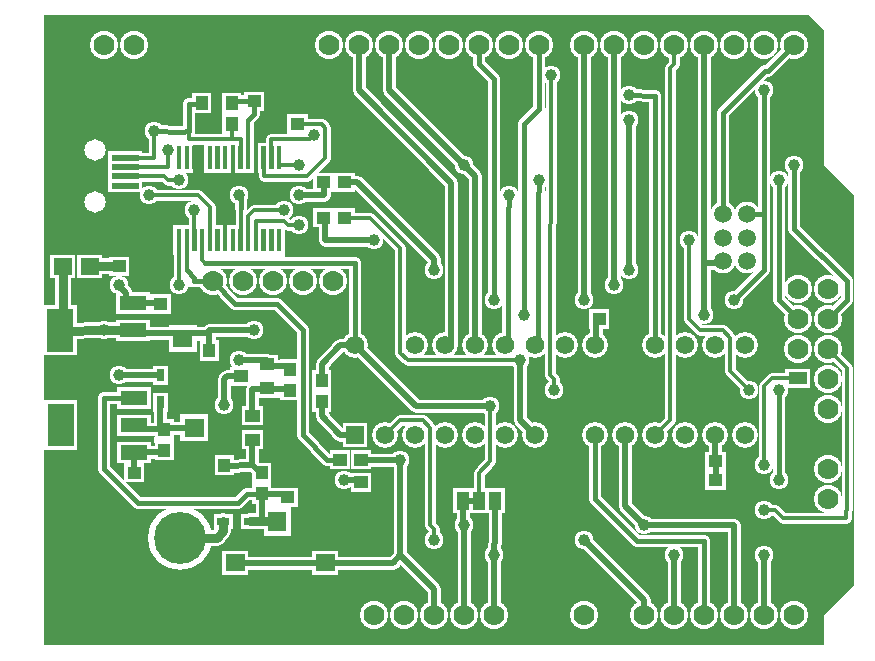
<source format=gbr>
G04 GERBER FORMAT: RX-274-X*
G04 BOARD: AMICUS24*
G04 ARTWORK OF COMP.LAYERPOSITIVE SUPERIMPOSED ON NEGATIVE*
%ASAXBY*%
%FSTAX24Y24*%
%MIA0B0*%
%MOIN*%
%OFA0.0000B0.0000*%
%SFA1B1*%
%IJA0B0*%
%INLAYER2NEGPOS*%
%IOA0B0*%
%IPPOS*%
%IR0*%
G04 APERTURE LIST*
%ADD10C,0.00039*%
%ADD12C,0.00077*%
%ADD13R,0.00077X0.00077*%
%ADD14C,0.0010*%
%ADD16C,0.00118*%
%ADD18C,0.00136*%
%ADD19R,0.00136X0.00136*%
%ADD20C,0.0020*%
%ADD21R,0.0020X0.0020*%
%ADD22C,0.00236*%
%ADD24C,0.0030*%
%ADD25R,0.0030X0.0030*%
%ADD26C,0.00313*%
%ADD27R,0.00313X0.00313*%
%ADD28C,0.00353*%
%ADD29R,0.00353X0.00353*%
%ADD30C,0.00394*%
%ADD32C,0.0040*%
%ADD33R,0.0040X0.0040*%
%ADD34C,0.00472*%
%ADD36C,0.0050*%
%ADD37R,0.0050X0.0050*%
%ADD38C,0.00551*%
%ADD39R,0.00551X0.00551*%
%ADD40C,0.00591*%
%ADD41R,0.00591X0.00591*%
%ADD42C,0.00609*%
%ADD43R,0.00609X0.00609*%
%ADD44C,0.00659*%
%ADD45R,0.00659X0.00659*%
%ADD46C,0.00668*%
%ADD47R,0.00668X0.00668*%
%ADD48C,0.0067*%
%ADD49R,0.0067X0.0067*%
%ADD50C,0.00707*%
%ADD51R,0.00707X0.00707*%
%ADD52C,0.00746*%
%ADD53R,0.00746X0.00746*%
%ADD54C,0.00787*%
%ADD55R,0.00787X0.00787*%
%ADD56C,0.00799*%
%ADD58C,0.0080*%
%ADD60C,0.00904*%
%ADD61R,0.00904X0.00904*%
%ADD62C,0.00945*%
%ADD63R,0.00945X0.00945*%
%ADD64C,0.00975*%
%ADD65R,0.00975X0.00975*%
%ADD66C,0.00984*%
%ADD67R,0.00984X0.00984*%
%ADD68C,0.0100*%
%ADD69R,0.0100X0.0100*%
%ADD70C,0.01102*%
%ADD71R,0.01102X0.01102*%
%ADD72C,0.01181*%
%ADD74C,0.01194*%
%ADD76C,0.0120*%
%ADD78C,0.0122*%
%ADD79R,0.0122X0.0122*%
%ADD80C,0.0124*%
%ADD81R,0.0124X0.0124*%
%ADD82C,0.0130*%
%ADD84C,0.01337*%
%ADD85R,0.01337X0.01337*%
%ADD86C,0.01339*%
%ADD88C,0.01417*%
%ADD90C,0.0150*%
%ADD91R,0.0150X0.0150*%
%ADD92C,0.01575*%
%ADD94C,0.0160*%
%ADD96C,0.01969*%
%ADD97R,0.01969X0.01969*%
%ADD98C,0.0200*%
%ADD100C,0.0200*%
%ADD101R,0.0200X0.0200*%
%ADD102C,0.02008*%
%ADD103R,0.02008X0.02008*%
%ADD104C,0.02165*%
%ADD105R,0.02165X0.02165*%
%ADD106C,0.02362*%
%ADD107R,0.02362X0.02362*%
%ADD108C,0.0240*%
%ADD109R,0.0240X0.0240*%
%ADD110C,0.0240*%
%ADD111R,0.0240X0.0240*%
%ADD112C,0.02439*%
%ADD113R,0.02439X0.02439*%
%ADD114C,0.0250*%
%ADD115R,0.0250X0.0250*%
%ADD116C,0.02559*%
%ADD117R,0.02559X0.02559*%
%ADD118C,0.02598*%
%ADD119R,0.02598X0.02598*%
%ADD120C,0.02636*%
%ADD122C,0.0270*%
%ADD123R,0.0270X0.0270*%
%ADD124C,0.02756*%
%ADD125R,0.02756X0.02756*%
%ADD126C,0.02794*%
%ADD128C,0.0280*%
%ADD130C,0.02854*%
%ADD131R,0.02854X0.02854*%
%ADD132C,0.02872*%
%ADD134C,0.0290*%
%ADD136C,0.02951*%
%ADD137R,0.02951X0.02951*%
%ADD138C,0.02953*%
%ADD139R,0.02953X0.02953*%
%ADD140C,0.02991*%
%ADD142C,0.0300*%
%ADD143R,0.0300X0.0300*%
%ADD144C,0.03059*%
%ADD145R,0.03059X0.03059*%
%ADD146C,0.0307*%
%ADD147R,0.0307X0.0307*%
%ADD148C,0.03187*%
%ADD149R,0.03187X0.03187*%
%ADD150C,0.03199*%
%ADD151R,0.03199X0.03199*%
%ADD152C,0.0320*%
%ADD153R,0.0320X0.0320*%
%ADD154C,0.03248*%
%ADD155R,0.03248X0.03248*%
%ADD156C,0.03345*%
%ADD157R,0.03345X0.03345*%
%ADD158C,0.03346*%
%ADD159R,0.03346X0.03346*%
%ADD160C,0.03375*%
%ADD161R,0.03375X0.03375*%
%ADD162C,0.03425*%
%ADD163R,0.03425X0.03425*%
%ADD164C,0.0350*%
%ADD165R,0.0350X0.0350*%
%ADD166C,0.03502*%
%ADD167R,0.03502X0.03502*%
%ADD168C,0.03581*%
%ADD170C,0.03594*%
%ADD171R,0.03594X0.03594*%
%ADD172C,0.0360*%
%ADD173R,0.0360X0.0360*%
%ADD174C,0.0362*%
%ADD175R,0.0362X0.0362*%
%ADD176C,0.0364*%
%ADD177R,0.0364X0.0364*%
%ADD178C,0.0370*%
%ADD180C,0.03739*%
%ADD182C,0.03817*%
%ADD184C,0.0390*%
%ADD185R,0.0390X0.0390*%
%ADD186C,0.03937*%
%ADD187R,0.03937X0.03937*%
%ADD188C,0.03975*%
%ADD190C,0.0400*%
%ADD191R,0.0400X0.0400*%
%ADD192C,0.04035*%
%ADD193R,0.04035X0.04035*%
%ADD194C,0.04173*%
%ADD195R,0.04173X0.04173*%
%ADD196C,0.04232*%
%ADD197R,0.04232X0.04232*%
%ADD198C,0.04331*%
%ADD199R,0.04331X0.04331*%
%ADD200C,0.04369*%
%ADD201R,0.04369X0.04369*%
%ADD202C,0.0440*%
%ADD203R,0.0440X0.0440*%
%ADD204C,0.04408*%
%ADD205R,0.04408X0.04408*%
%ADD206C,0.0450*%
%ADD207R,0.0450X0.0450*%
%ADD208C,0.04565*%
%ADD209R,0.04565X0.04565*%
%ADD210C,0.0460*%
%ADD211R,0.0460X0.0460*%
%ADD212C,0.0470*%
%ADD213R,0.0470X0.0470*%
%ADD214C,0.04724*%
%ADD215R,0.04724X0.04724*%
%ADD216C,0.04762*%
%ADD217R,0.04762X0.04762*%
%ADD218C,0.0480*%
%ADD219R,0.0480X0.0480*%
%ADD220C,0.04803*%
%ADD221R,0.04803X0.04803*%
%ADD222C,0.0490*%
%ADD223R,0.0490X0.0490*%
%ADD224C,0.04959*%
%ADD225R,0.04959X0.04959*%
%ADD226C,0.04998*%
%ADD227R,0.04998X0.04998*%
%ADD228C,0.0500*%
%ADD229R,0.0500X0.0500*%
%ADD230C,0.05118*%
%ADD231R,0.05118X0.05118*%
%ADD232C,0.05156*%
%ADD233R,0.05156X0.05156*%
%ADD234C,0.05254*%
%ADD235R,0.05254X0.05254*%
%ADD236C,0.05315*%
%ADD237R,0.05315X0.05315*%
%ADD238C,0.05353*%
%ADD239R,0.05353X0.05353*%
%ADD240C,0.0540*%
%ADD243R,0.0550X0.0550*%
%ADD245R,0.05512X0.05512*%
%ADD247R,0.05531X0.05531*%
%ADD249R,0.05551X0.05551*%
%ADD250C,0.0560*%
%ADD251R,0.0560X0.0560*%
%ADD253R,0.05648X0.05648*%
%ADD255R,0.0570X0.0570*%
%ADD257R,0.05746X0.05746*%
%ADD259R,0.05748X0.05748*%
%ADD261R,0.0580X0.0580*%
%ADD263R,0.05825X0.05825*%
%ADD265R,0.0590X0.0590*%
%ADD266C,0.05906*%
%ADD267R,0.05906X0.05906*%
%ADD268C,0.0600*%
%ADD269R,0.0600X0.0600*%
%ADD270C,0.06181*%
%ADD271R,0.06181X0.06181*%
%ADD272C,0.0620*%
%ADD273R,0.0620X0.0620*%
%ADD274C,0.06201*%
%ADD275R,0.06201X0.06201*%
%ADD276C,0.06299*%
%ADD277R,0.06299X0.06299*%
%ADD278C,0.0630*%
%ADD279R,0.0630X0.0630*%
%ADD280C,0.06337*%
%ADD281R,0.06337X0.06337*%
%ADD282C,0.06398*%
%ADD283R,0.06398X0.06398*%
%ADD284C,0.0640*%
%ADD285R,0.0640X0.0640*%
%ADD286C,0.06435*%
%ADD287R,0.06435X0.06435*%
%ADD288C,0.0650*%
%ADD289R,0.0650X0.0650*%
%ADD290C,0.06632*%
%ADD291R,0.06632X0.06632*%
%ADD292C,0.06693*%
%ADD293R,0.06693X0.06693*%
%ADD294C,0.06731*%
%ADD295R,0.06731X0.06731*%
%ADD296C,0.0680*%
%ADD297R,0.0680X0.0680*%
%ADD298C,0.0690*%
%ADD299R,0.0690X0.0690*%
%ADD300C,0.06906*%
%ADD301R,0.06906X0.06906*%
%ADD302C,0.06969*%
%ADD303R,0.06969X0.06969*%
%ADD304C,0.06988*%
%ADD305R,0.06988X0.06988*%
%ADD306C,0.0700*%
%ADD307R,0.0700X0.0700*%
%ADD308C,0.07087*%
%ADD309R,0.07087X0.07087*%
%ADD310C,0.0710*%
%ADD311R,0.0710X0.0710*%
%ADD312C,0.07124*%
%ADD313R,0.07124X0.07124*%
%ADD314C,0.0720*%
%ADD315R,0.0720X0.0720*%
%ADD316C,0.07203*%
%ADD317R,0.07203X0.07203*%
%ADD318C,0.0730*%
%ADD319R,0.0730X0.0730*%
%ADD320C,0.0740*%
%ADD321R,0.0740X0.0740*%
%ADD322C,0.0748*%
%ADD323R,0.0748X0.0748*%
%ADD324C,0.0750*%
%ADD325R,0.0750X0.0750*%
%ADD326C,0.07598*%
%ADD327R,0.07598X0.07598*%
%ADD328C,0.0760*%
%ADD329R,0.0760X0.0760*%
%ADD330C,0.07677*%
%ADD331R,0.07677X0.07677*%
%ADD332C,0.07715*%
%ADD333R,0.07715X0.07715*%
%ADD334C,0.07874*%
%ADD335R,0.07874X0.07874*%
%ADD336C,0.0790*%
%ADD337R,0.0790X0.0790*%
%ADD338C,0.07912*%
%ADD339R,0.07912X0.07912*%
%ADD340C,0.07931*%
%ADD341R,0.07931X0.07931*%
%ADD342C,0.07951*%
%ADD343R,0.07951X0.07951*%
%ADD344C,0.0800*%
%ADD345R,0.0800X0.0800*%
%ADD346C,0.0810*%
%ADD347R,0.0810X0.0810*%
%ADD348C,0.08148*%
%ADD349R,0.08148X0.08148*%
%ADD350C,0.08189*%
%ADD351R,0.08189X0.08189*%
%ADD352C,0.0820*%
%ADD353R,0.0820X0.0820*%
%ADD354C,0.08268*%
%ADD355R,0.08268X0.08268*%
%ADD356C,0.08306*%
%ADD357R,0.08306X0.08306*%
%ADD358C,0.0840*%
%ADD359R,0.0840X0.0840*%
%ADD360C,0.0850*%
%ADD361R,0.0850X0.0850*%
%ADD362C,0.08581*%
%ADD363R,0.08581X0.08581*%
%ADD364C,0.08598*%
%ADD365R,0.08598X0.08598*%
%ADD366C,0.0860*%
%ADD367R,0.0860X0.0860*%
%ADD368C,0.08601*%
%ADD369R,0.08601X0.08601*%
%ADD370C,0.08661*%
%ADD371R,0.08661X0.08661*%
%ADD372C,0.08699*%
%ADD373R,0.08699X0.08699*%
%ADD374C,0.0870*%
%ADD375R,0.0870X0.0870*%
%ADD376C,0.08798*%
%ADD377R,0.08798X0.08798*%
%ADD378C,0.0890*%
%ADD379R,0.0890X0.0890*%
%ADD380C,0.0900*%
%ADD381R,0.0900X0.0900*%
%ADD382C,0.09055*%
%ADD383R,0.09055X0.09055*%
%ADD384C,0.09093*%
%ADD385R,0.09093X0.09093*%
%ADD386C,0.09369*%
%ADD387R,0.09369X0.09369*%
%ADD388C,0.09388*%
%ADD389R,0.09388X0.09388*%
%ADD390C,0.0940*%
%ADD391R,0.0940X0.0940*%
%ADD392C,0.09449*%
%ADD393R,0.09449X0.09449*%
%ADD394C,0.09487*%
%ADD395R,0.09487X0.09487*%
%ADD396C,0.09547*%
%ADD397R,0.09547X0.09547*%
%ADD398C,0.09685*%
%ADD399R,0.09685X0.09685*%
%ADD400C,0.0970*%
%ADD401R,0.0970X0.0970*%
%ADD402C,0.09843*%
%ADD403R,0.09843X0.09843*%
%ADD404C,0.0988*%
%ADD405R,0.0988X0.0988*%
%ADD406C,0.0990*%
%ADD407R,0.0990X0.0990*%
%ADD408C,0.09998*%
%ADD410C,0.1000*%
%ADD411R,0.1000X0.1000*%
%ADD412C,0.10039*%
%ADD413R,0.10039X0.10039*%
%ADD414C,0.10077*%
%ADD415R,0.10077X0.10077*%
%ADD416C,0.1020*%
%ADD417R,0.1020X0.1020*%
%ADD418C,0.10236*%
%ADD419R,0.10236X0.10236*%
%ADD420C,0.10274*%
%ADD421R,0.10274X0.10274*%
%ADD422C,0.1040*%
%ADD423R,0.1040X0.1040*%
%ADD424C,0.10589*%
%ADD425R,0.10589X0.10589*%
%ADD426C,0.1063*%
%ADD427R,0.1063X0.1063*%
%ADD428C,0.10668*%
%ADD429R,0.10668X0.10668*%
%ADD430C,0.1090*%
%ADD431R,0.1090X0.1090*%
%ADD432C,0.10998*%
%ADD433R,0.10998X0.10998*%
%ADD434C,0.1100*%
%ADD435R,0.1100X0.1100*%
%ADD436C,0.11024*%
%ADD437R,0.11024X0.11024*%
%ADD438C,0.11061*%
%ADD439R,0.11061X0.11061*%
%ADD440C,0.1110*%
%ADD441R,0.1110X0.1110*%
%ADD442C,0.11161*%
%ADD443R,0.11161X0.11161*%
%ADD444C,0.1120*%
%ADD445R,0.1120X0.1120*%
%ADD446C,0.1140*%
%ADD447R,0.1140X0.1140*%
%ADD448C,0.11417*%
%ADD449R,0.11417X0.11417*%
%ADD450C,0.11455*%
%ADD451R,0.11455X0.11455*%
%ADD452C,0.1150*%
%ADD453R,0.1150X0.1150*%
%ADD454C,0.11811*%
%ADD455R,0.11811X0.11811*%
%ADD456C,0.11849*%
%ADD457R,0.11849X0.11849*%
%ADD458C,0.11947*%
%ADD459R,0.11947X0.11947*%
%ADD460C,0.1200*%
%ADD461R,0.1200X0.1200*%
%ADD462C,0.12085*%
%ADD463R,0.12085X0.12085*%
%ADD464C,0.1210*%
%ADD465R,0.1210X0.1210*%
%ADD466C,0.12106*%
%ADD467R,0.12106X0.12106*%
%ADD468C,0.12243*%
%ADD469R,0.12243X0.12243*%
%ADD470C,0.1240*%
%ADD471R,0.1240X0.1240*%
%ADD472C,0.12439*%
%ADD473R,0.12439X0.12439*%
%ADD474C,0.1250*%
%ADD475R,0.1250X0.1250*%
%ADD476C,0.12559*%
%ADD477R,0.12559X0.12559*%
%ADD478C,0.1260*%
%ADD479R,0.1260X0.1260*%
%ADD480C,0.12636*%
%ADD481R,0.12636X0.12636*%
%ADD482C,0.12992*%
%ADD483R,0.12992X0.12992*%
%ADD484C,0.1300*%
%ADD485R,0.1300X0.1300*%
%ADD486C,0.1340*%
%ADD487R,0.1340X0.1340*%
%ADD488C,0.13561*%
%ADD489R,0.13561X0.13561*%
%ADD490C,0.1360*%
%ADD491R,0.1360X0.1360*%
%ADD492C,0.1390*%
%ADD493R,0.1390X0.1390*%
%ADD494C,0.1420*%
%ADD495R,0.1420X0.1420*%
%ADD496C,0.1440*%
%ADD497R,0.1440X0.1440*%
%ADD498C,0.14506*%
%ADD499R,0.14506X0.14506*%
%ADD500C,0.14567*%
%ADD501R,0.14567X0.14567*%
%ADD502C,0.1490*%
%ADD503R,0.1490X0.1490*%
%ADD504C,0.14959*%
%ADD505R,0.14959X0.14959*%
%ADD506C,0.1520*%
%ADD507R,0.1520X0.1520*%
%ADD508C,0.15354*%
%ADD509R,0.15354X0.15354*%
%ADD510C,0.15374*%
%ADD511R,0.15374X0.15374*%
%ADD512C,0.15394*%
%ADD513R,0.15394X0.15394*%
%ADD514C,0.1540*%
%ADD515R,0.1540X0.1540*%
%ADD516C,0.1600*%
%ADD517R,0.1600X0.1600*%
%ADD518C,0.1624*%
%ADD519R,0.1624X0.1624*%
%ADD520C,0.1660*%
%ADD521R,0.1660X0.1660*%
%ADD522C,0.1700*%
%ADD524C,0.17323*%
%ADD526C,0.1760*%
%ADD527R,0.1760X0.1760*%
%ADD528C,0.1770*%
%ADD529R,0.1770X0.1770*%
%ADD530C,0.17717*%
%ADD531R,0.17717X0.17717*%
%ADD532C,0.17774*%
%ADD533R,0.17774X0.17774*%
%ADD534C,0.17794*%
%ADD535R,0.17794X0.17794*%
%ADD536C,0.1850*%
%ADD537R,0.1850X0.1850*%
%ADD538C,0.18504*%
%ADD540C,0.1864*%
%ADD541R,0.1864X0.1864*%
%ADD542C,0.18898*%
%ADD544C,0.2010*%
%ADD545R,0.2010X0.2010*%
%ADD546C,0.20117*%
%ADD547R,0.20117X0.20117*%
%ADD548C,0.2090*%
%ADD549R,0.2090X0.2090*%
%ADD550C,0.20904*%
%ADD552C,0.2126*%
%ADD554C,0.21298*%
%ADD556C,0.21299*%
%ADD557R,0.21299X0.21299*%
%ADD558C,0.22835*%
%ADD561R,0.23622X0.23622*%
%ADD563R,0.23699X0.23699*%
%ADD565R,0.24937X0.24937*%
%ADD567R,0.26022X0.26022*%
%ADD569R,0.27337X0.27337*%
%ADD571R,0.31496X0.31496*%
%ADD573R,0.32811X0.32811*%
%ADD575R,0.33896X0.33896*%
%ADD577R,0.35211X0.35211*%
%ADD579R,0.43996X0.43996*%
%ADD581R,0.46396X0.46396*%
%ADD582C,0.56396*%
%ADD583R,0.56396X0.56396*%
%ADD584C,0.66396*%
%ADD585R,0.66396X0.66396*%
%ADD586C,0.76396*%
%ADD587R,0.76396X0.76396*%
%ADD588C,0.86396*%
%ADD589R,0.86396X0.86396*%
%ADD590C,0.96396*%
%ADD591R,0.96396X0.96396*%
%ADD592C,1.06396*%
%ADD593R,1.06396X1.06396*%
%ADD594C,1.16396*%
%ADD595R,1.16396X1.16396*%
%ADD596C,1.26396*%
%ADD597R,1.26396X1.26396*%
%ADD598C,1.36396*%
%ADD599R,1.36396X1.36396*%
%ADD600C,1.46396*%
%ADD601R,1.46396X1.46396*%
%ADD602C,1.56396*%
%ADD603R,1.56396X1.56396*%
%ADD604C,1.66396*%
%ADD605R,1.66396X1.66396*%
%ADD606C,1.76396*%
%ADD607R,1.76396X1.76396*%
%ADD608C,1.86396*%
%ADD609R,1.86396X1.86396*%
%ADD610C,1.96396*%
%ADD611R,1.96396X1.96396*%
G04*
%LNLLAYER2CPOURD*%
%LPD*%
G36*
X001Y02D02*
X001125Y021D01*
X0255Y021D01*
X026Y0205D01*
X026Y016D01*
X027Y015D01*
X027Y002D01*
X026Y001D01*
X026Y0D01*
X0Y0D01*
X0Y021D01*
X000875Y021D01*
X001Y02D01*
G37*
G36*
X001Y02D02*
X000625Y021D01*
X001375Y021D01*
X001Y02D01*
G37*
%LNLLAYER2CRELIEVEC*%
%LPC*%
G36*
X00686Y00935D02*
X00686Y008671D01*
X008484Y008671D01*
X008484Y00935D01*
X00686Y00935D01*
G37*
G36*
X006929Y005486D02*
X006929Y005313D01*
X007569Y005313D01*
X007569Y005486D01*
X006929Y005486D01*
G37*
G36*
X007409Y004906D02*
X007409Y004429D01*
X008228Y004429D01*
X008228Y004906D01*
X007409Y004906D01*
G37*
G36*
X005423Y013089D02*
X005423Y012856D01*
X005976Y012856D01*
X005976Y013089D01*
X005423Y013089D01*
G37*
G36*
X005098Y014606D02*
X005098Y013957D01*
X005433Y013957D01*
X005433Y014606D01*
X005098Y014606D01*
G37*
G36*
X004104Y015965D02*
X004104Y01561D01*
X00438Y01561D01*
X00438Y015965D01*
X004104Y015965D01*
G37*
G36*
X00378Y016378D02*
X00378Y016102D01*
X004016Y016102D01*
X004016Y016378D01*
X00378Y016378D01*
G37*
G36*
X00377Y016998D02*
X00377Y016634D01*
X004724Y016634D01*
X004724Y016998D01*
X00377Y016998D01*
G37*
G36*
X006894Y016961D02*
X006894Y017929D01*
X005929Y017929D01*
X005929Y016961D01*
X006894Y016961D01*
G37*
G36*
X015098Y01499D02*
X015098Y011614D01*
X015394Y011614D01*
X015394Y01499D01*
X015098Y01499D01*
G37*
G36*
X016132Y015492D02*
X016132Y011014D01*
X016348Y011014D01*
X016348Y015492D01*
X016132Y015492D01*
G37*
G36*
X016545Y015128D02*
X016545Y010197D01*
X016801Y010197D01*
X016801Y015128D01*
X016545Y015128D01*
G37*
G36*
X015453Y01498D02*
X015453Y009744D01*
X016663Y009744D01*
X016663Y01498D01*
X015453Y01498D01*
G37*
G36*
X009602Y014567D02*
X009602Y013677D01*
X010157Y013677D01*
X010157Y014567D01*
X009602Y014567D01*
G37*
G36*
X00952Y014024D02*
X00952Y013626D01*
X011059Y013626D01*
X011059Y014024D01*
X00952Y014024D01*
G37*
G36*
X010287Y014173D02*
X010287Y013941D01*
X010862Y013941D01*
X010862Y014173D01*
X010287Y014173D01*
G37*
G36*
X007953Y015878D02*
X007953Y015728D01*
X008295Y015728D01*
X008295Y015878D01*
X007953Y015878D01*
G37*
G36*
X00702Y014394D02*
X00702Y014228D01*
X007787Y014228D01*
X007787Y014394D01*
X00702Y014394D01*
G37*
G36*
X016102Y017697D02*
X016102Y015512D01*
X016801Y015512D01*
X016801Y017697D01*
X016102Y017697D01*
G37*
G36*
X016516Y017894D02*
X016516Y017618D01*
X016752Y017618D01*
X016752Y017894D01*
X016516Y017894D01*
G37*
G36*
X019114Y01748D02*
X019114Y012579D01*
X019439Y012579D01*
X019439Y01748D01*
X019114Y01748D01*
G37*
G36*
X021565Y013415D02*
X021565Y010906D01*
X02185Y010906D01*
X02185Y013415D01*
X021565Y013415D01*
G37*
G36*
X022136Y014498D02*
X022136Y012805D01*
X023907Y012805D01*
X023907Y014498D01*
X022136Y014498D01*
G37*
G36*
X024024Y008587D02*
X024024Y006D01*
X024504Y006D01*
X024504Y008587D01*
X024024Y008587D01*
G37*
G36*
X026211Y004783D02*
X026211Y004301D01*
X026644Y004301D01*
X026644Y004783D01*
X026211Y004783D01*
G37*
G36*
X003679Y006931D02*
X003679Y006752D01*
X004319Y006752D01*
X004319Y006931D01*
X003679Y006931D01*
G37*
G36*
X005031Y010264D02*
X005031Y010157D01*
X005291Y010157D01*
X005291Y010264D01*
X005031Y010264D01*
G37*
G36*
X003467Y011262D02*
X003467Y011053D01*
X003577Y011053D01*
X003577Y011262D01*
X003467Y011262D01*
G37*
G36*
X003482Y011571D02*
X003482Y011695D01*
X003577Y011695D01*
X003577Y011571D01*
X003482Y011571D01*
G37*
G36*
X004636Y012372D02*
X004636Y011929D01*
X005059Y011929D01*
X005059Y012372D01*
X004636Y012372D01*
G37*
G36*
X004892Y013071D02*
X004892Y012254D01*
X005423Y012254D01*
X005423Y013071D01*
X004892Y013071D01*
G37*
G36*
X005886Y01313D02*
X005886Y012843D01*
X008016Y012843D01*
X008016Y01313D01*
X005886Y01313D01*
G37*
G36*
X007953Y016811D02*
X007953Y015921D01*
X009209Y015921D01*
X009209Y016811D01*
X007953Y016811D01*
G37*
G36*
X009618Y015756D02*
X009618Y015114D01*
X00974Y015114D01*
X00974Y015756D01*
X009618Y015756D01*
G37*
G36*
X007732Y008409D02*
X007732Y00824D01*
X007933Y00824D01*
X007933Y008409D01*
X007732Y008409D01*
G37*
D390*
X005625Y012125D02*D03*
X006625Y012125D02*D03*
X007625Y012125D02*D03*
X008625Y012125D02*D03*
X009625Y012125D02*D03*
D359*
X010375Y007D02*D03*
D366*
X011375Y007D02*D03*
X012375Y007D02*D03*
X013375Y007D02*D03*
X014375Y007D02*D03*
X015375Y007D02*D03*
X016375Y007D02*D03*
X018375Y007D02*D03*
X019375Y007D02*D03*
X020375Y007D02*D03*
X021375Y007D02*D03*
X022375Y007D02*D03*
X023375Y007D02*D03*
X023375Y01D02*D03*
X022375Y01D02*D03*
X021375Y01D02*D03*
X020375Y01D02*D03*
X018375Y01D02*D03*
X017375Y01D02*D03*
X016375Y01D02*D03*
X015375Y01D02*D03*
X014375Y01D02*D03*
X013375Y01D02*D03*
X012375Y01D02*D03*
X010375Y01D02*D03*
D390*
X011Y001D02*D03*
X012Y001D02*D03*
X013Y001D02*D03*
X014Y001D02*D03*
X015Y001D02*D03*
X018Y001D02*D03*
G36*
X010353Y015758D02*
X010353Y015118D01*
X009673Y015118D01*
X009673Y015758D01*
X010353Y015758D01*
G37*
G36*
X009653Y015758D02*
X009653Y015118D01*
X008973Y015118D01*
X008973Y015758D01*
X009653Y015758D01*
G37*
G36*
X003277Y016038D02*
X002132Y016038D01*
X002132Y016475D01*
X003277Y016475D01*
X003277Y016038D01*
G37*
G36*
X003277Y015724D02*
X002132Y015724D01*
X002132Y01616D01*
X003277Y01616D01*
X003277Y015724D01*
G37*
G36*
X003277Y015409D02*
X002132Y015409D01*
X002132Y015845D01*
X003277Y015845D01*
X003277Y015409D01*
G37*
G36*
X003277Y015094D02*
X002132Y015094D01*
X002132Y01553D01*
X003277Y01553D01*
X003277Y015094D01*
G37*
D312*
X001681Y016493D02*D03*
X001681Y014761D02*D03*
D390*
X0165Y02D02*D03*
X0155Y02D02*D03*
X0145Y02D02*D03*
X0135Y02D02*D03*
X0125Y02D02*D03*
X0115Y02D02*D03*
X0105Y02D02*D03*
X0095Y02D02*D03*
X025Y02D02*D03*
X024Y02D02*D03*
X023Y02D02*D03*
X022Y02D02*D03*
X021Y02D02*D03*
X02Y02D02*D03*
X019Y02D02*D03*
X018Y02D02*D03*
X02Y001D02*D03*
X021Y001D02*D03*
X022Y001D02*D03*
X023Y001D02*D03*
X024Y001D02*D03*
X025Y001D02*D03*
D460*
X026Y003D02*D03*
X006Y02D02*D03*
X026Y014D02*D03*
G36*
X008932Y002354D02*
X008932Y003146D01*
X009802Y003146D01*
X009802Y002354D01*
X008932Y002354D01*
G37*
G36*
X00594Y002354D02*
X00594Y003146D01*
X00681Y003146D01*
X00681Y002354D01*
X00594Y002354D01*
G37*
G36*
X004305Y013995D02*
X004695Y013995D01*
X004695Y013005D01*
X004305Y013005D01*
X004305Y013995D01*
G37*
G36*
X004561Y013995D02*
X004951Y013995D01*
X004951Y013005D01*
X004561Y013005D01*
X004561Y013995D01*
G37*
G36*
X004817Y013995D02*
X005207Y013995D01*
X005207Y013005D01*
X004817Y013005D01*
X004817Y013995D01*
G37*
G36*
X005073Y013995D02*
X005463Y013995D01*
X005463Y013005D01*
X005073Y013005D01*
X005073Y013995D01*
G37*
G36*
X005329Y013995D02*
X005719Y013995D01*
X005719Y013005D01*
X005329Y013005D01*
X005329Y013995D01*
G37*
G36*
X005585Y013995D02*
X005975Y013995D01*
X005975Y013005D01*
X005585Y013005D01*
X005585Y013995D01*
G37*
G36*
X006097Y013995D02*
X006487Y013995D01*
X006487Y013005D01*
X006097Y013005D01*
X006097Y013995D01*
G37*
G36*
X006353Y013995D02*
X006743Y013995D01*
X006743Y013005D01*
X006353Y013005D01*
X006353Y013995D01*
G37*
G36*
X006609Y013995D02*
X006999Y013995D01*
X006999Y013005D01*
X006609Y013005D01*
X006609Y013995D01*
G37*
G36*
X006865Y013995D02*
X007255Y013995D01*
X007255Y013005D01*
X006865Y013005D01*
X006865Y013995D01*
G37*
G36*
X007121Y013995D02*
X007511Y013995D01*
X007511Y013005D01*
X007121Y013005D01*
X007121Y013995D01*
G37*
G36*
X007377Y013995D02*
X007767Y013995D01*
X007767Y013005D01*
X007377Y013005D01*
X007377Y013995D01*
G37*
G36*
X007633Y013995D02*
X008023Y013995D01*
X008023Y013005D01*
X007633Y013005D01*
X007633Y013995D01*
G37*
G36*
X007633Y016745D02*
X008023Y016745D01*
X008023Y015755D01*
X007633Y015755D01*
X007633Y016745D01*
G37*
G36*
X007377Y016745D02*
X007767Y016745D01*
X007767Y015755D01*
X007377Y015755D01*
X007377Y016745D01*
G37*
G36*
X007121Y016745D02*
X007511Y016745D01*
X007511Y015755D01*
X007121Y015755D01*
X007121Y016745D01*
G37*
G36*
X006609Y016745D02*
X006999Y016745D01*
X006999Y015755D01*
X006609Y015755D01*
X006609Y016745D01*
G37*
G36*
X006353Y016745D02*
X006743Y016745D01*
X006743Y015755D01*
X006353Y015755D01*
X006353Y016745D01*
G37*
G36*
X005841Y016745D02*
X006231Y016745D01*
X006231Y015755D01*
X005841Y015755D01*
X005841Y016745D01*
G37*
G36*
X005585Y016745D02*
X005975Y016745D01*
X005975Y015755D01*
X005585Y015755D01*
X005585Y016745D01*
G37*
G36*
X005329Y016745D02*
X005719Y016745D01*
X005719Y015755D01*
X005329Y015755D01*
X005329Y016745D01*
G37*
G36*
X004561Y016745D02*
X004951Y016745D01*
X004951Y015755D01*
X004561Y015755D01*
X004561Y016745D01*
G37*
G36*
X004305Y016745D02*
X004695Y016745D01*
X004695Y015755D01*
X004305Y015755D01*
X004305Y016745D01*
G37*
D552*
X00453Y003573D02*D03*
G36*
X003535Y011055D02*
X003535Y011695D01*
X004215Y011695D01*
X004215Y011055D01*
X003535Y011055D01*
G37*
G36*
X01816Y010555D02*
X01816Y011195D01*
X01884Y011195D01*
X01884Y010555D01*
X01816Y010555D01*
G37*
G36*
X007798Y008243D02*
X007078Y008243D01*
X007078Y008883D01*
X007798Y008883D01*
X007798Y008243D01*
G37*
G36*
X007798Y009043D02*
X007078Y009043D01*
X007078Y009683D01*
X007798Y009683D01*
X007798Y009043D01*
G37*
G36*
X006918Y008643D02*
X006198Y008643D01*
X006198Y009283D01*
X006918Y009283D01*
X006918Y008643D01*
G37*
G36*
X00957Y007785D02*
X00893Y007785D01*
X00893Y008465D01*
X00957Y008465D01*
X00957Y007785D01*
G37*
G36*
X00957Y008485D02*
X00893Y008485D01*
X00893Y009165D01*
X00957Y009165D01*
X00957Y008485D01*
G37*
G36*
X00284Y012945D02*
X00284Y012305D01*
X00216Y012305D01*
X00216Y012945D01*
X00284Y012945D01*
G37*
G36*
X00632Y00566D02*
X00568Y00566D01*
X00568Y00634D01*
X00632Y00634D01*
X00632Y00566D01*
G37*
G36*
X00732Y003653D02*
X00732Y004597D01*
X008225Y004597D01*
X008225Y003653D01*
X00732Y003653D01*
G37*
G36*
X001945Y01302D02*
X001945Y01223D01*
X001105Y01223D01*
X001105Y01302D01*
X001945Y01302D01*
G37*
G36*
X001045Y01302D02*
X001045Y01223D01*
X000205Y01223D01*
X000205Y01302D01*
X001045Y01302D01*
G37*
G36*
X004528Y007703D02*
X005472Y007703D01*
X005472Y006797D01*
X004528Y006797D01*
X004528Y007703D01*
G37*
G36*
X004153Y01068D02*
X005097Y01068D01*
X005097Y009775D01*
X004153Y009775D01*
X004153Y01068D01*
G37*
G36*
X022715Y00582D02*
X022715Y00518D01*
X022035Y00518D01*
X022035Y00582D01*
X022715Y00582D01*
G37*
G36*
X013642Y004397D02*
X013642Y005228D01*
X014276Y005228D01*
X014276Y004397D01*
X013642Y004397D01*
G37*
G36*
X014183Y004397D02*
X014183Y005228D01*
X014817Y005228D01*
X014817Y004397D01*
X014183Y004397D01*
G37*
G36*
X014724Y004397D02*
X014724Y005228D01*
X015358Y005228D01*
X015358Y004397D01*
X014724Y004397D01*
G37*
G36*
X0073Y00653D02*
X00658Y00653D01*
X00658Y00717D01*
X0073Y00717D01*
X0073Y00653D01*
G37*
G36*
X0073Y00733D02*
X00658Y00733D01*
X00658Y00797D01*
X0073Y00797D01*
X0073Y00733D01*
G37*
G36*
X00355Y00607D02*
X00244Y00607D01*
X00244Y00678D01*
X00355Y00678D01*
X00355Y00607D01*
G37*
G36*
X00355Y00698D02*
X00244Y00698D01*
X00244Y00769D01*
X00355Y00769D01*
X00355Y00698D01*
G37*
G36*
X00355Y00789D02*
X00244Y00789D01*
X00244Y0086D01*
X00355Y0086D01*
X00355Y00789D01*
G37*
G36*
X00111Y00651D02*
X0Y00651D01*
X0Y00817D01*
X00111Y00817D01*
X00111Y00651D01*
G37*
G36*
X00334Y00607D02*
X00334Y00543D01*
X00266Y00543D01*
X00266Y00607D01*
X00334Y00607D01*
G37*
G36*
X008973Y01393D02*
X008973Y01457D01*
X009653Y01457D01*
X009653Y01393D01*
X008973Y01393D01*
G37*
G36*
X009673Y01393D02*
X009673Y01457D01*
X010353Y01457D01*
X010353Y01393D01*
X009673Y01393D01*
G37*
G36*
X00666Y017805D02*
X00666Y018445D01*
X00734Y018445D01*
X00734Y017805D01*
X00666Y017805D01*
G37*
G36*
X00518Y010165D02*
X00582Y010165D01*
X00582Y009485D01*
X00518Y009485D01*
X00518Y010165D01*
G37*
G36*
X007773Y004618D02*
X007773Y005258D01*
X008453Y005258D01*
X008453Y004618D01*
X007773Y004618D01*
G37*
G36*
X022715Y006445D02*
X022715Y005805D01*
X022035Y005805D01*
X022035Y006445D01*
X022715Y006445D01*
G37*
G36*
X00879Y017695D02*
X00879Y017055D01*
X00811Y017055D01*
X00811Y017695D01*
X00879Y017695D01*
G37*
G36*
X010223Y005118D02*
X010223Y005758D01*
X010903Y005758D01*
X010903Y005118D01*
X010223Y005118D01*
G37*
G36*
X00352Y01014D02*
X00241Y01014D01*
X00241Y01085D01*
X00352Y01085D01*
X00352Y01014D01*
G37*
G36*
X00352Y01105D02*
X00241Y01105D01*
X00241Y01176D01*
X00352Y01176D01*
X00352Y01105D01*
G37*
G36*
X00108Y00967D02*
X-00003Y00967D01*
X-00003Y01133D01*
X00108Y01133D01*
X00108Y00967D01*
G37*
G36*
X00593Y018415D02*
X00657Y018415D01*
X00657Y017735D01*
X00593Y017735D01*
X00593Y018415D01*
G37*
G36*
X00593Y017715D02*
X00657Y017715D01*
X00657Y017035D01*
X00593Y017035D01*
X00593Y017715D01*
G37*
G36*
X008508Y00816D02*
X007868Y00816D01*
X007868Y00884D01*
X008508Y00884D01*
X008508Y00816D01*
G37*
G36*
X008508Y00886D02*
X007868Y00886D01*
X007868Y00954D01*
X008508Y00954D01*
X008508Y00886D01*
G37*
G36*
X00693Y00609D02*
X00757Y00609D01*
X00757Y00541D01*
X00693Y00541D01*
X00693Y00609D01*
G37*
G36*
X00693Y00539D02*
X00757Y00539D01*
X00757Y00471D01*
X00693Y00471D01*
X00693Y00539D01*
G37*
G36*
X00432Y00616D02*
X00368Y00616D01*
X00368Y00684D01*
X00432Y00684D01*
X00432Y00616D01*
G37*
G36*
X00432Y00686D02*
X00368Y00686D01*
X00368Y00754D01*
X00432Y00754D01*
X00432Y00686D01*
G37*
G36*
X00363Y00932D02*
X00412Y00932D01*
X00412Y00868D01*
X00363Y00868D01*
X00363Y00932D01*
G37*
G36*
X00363Y008414D02*
X00412Y008414D01*
X00412Y007774D01*
X00363Y007774D01*
X00363Y008414D01*
G37*
G36*
X007195Y00437D02*
X007195Y00388D01*
X006555Y00388D01*
X006555Y00437D01*
X007195Y00437D01*
G37*
G36*
X006289Y00437D02*
X006289Y00388D01*
X005649Y00388D01*
X005649Y00437D01*
X006289Y00437D01*
G37*
D356*
X022638Y012795D02*D03*
X022638Y013583D02*D03*
X022638Y01437D02*D03*
G36*
X00493Y018415D02*
X00557Y018415D01*
X00557Y017735D01*
X00493Y017735D01*
X00493Y018415D01*
G37*
G36*
X009523Y005868D02*
X009523Y006508D01*
X010203Y006508D01*
X010203Y005868D01*
X009523Y005868D01*
G37*
G36*
X010223Y005868D02*
X010223Y006508D01*
X010903Y006508D01*
X010903Y005868D01*
X010223Y005868D01*
G37*
D390*
X002Y02D02*D03*
X003Y02D02*D03*
X025125Y011875D02*D03*
X026125Y011875D02*D03*
X025125Y010875D02*D03*
X026125Y010875D02*D03*
X025125Y009875D02*D03*
X026125Y009875D02*D03*
X026125Y008875D02*D03*
X026125Y007875D02*D03*
X026125Y005875D02*D03*
X026125Y004875D02*D03*
G36*
X02471Y00922D02*
X02554Y00922D01*
X02554Y008586D01*
X02471Y008586D01*
X02471Y00922D01*
G37*
D460*
X001Y001D02*D03*
D356*
X023425Y012795D02*D03*
X023425Y013583D02*D03*
X023425Y01437D02*D03*
D280*
X015Y003D02*D03*
X006Y008D02*D03*
X0025Y012D02*D03*
X0025Y009D02*D03*
X002Y0105D02*D03*
X007Y0105D02*D03*
X014Y004D02*D03*
X014875Y007972D02*D03*
X018Y0035D02*D03*
X013Y0035D02*D03*
X024Y006D02*D03*
X024Y0045D02*D03*
X021Y003D02*D03*
X0045Y0155D02*D03*
X0085Y016D02*D03*
X009Y017D02*D03*
X024Y0185D02*D03*
X023Y0115D02*D03*
X0065Y0095D02*D03*
X003658Y017127D02*D03*
X019498Y018327D02*D03*
X02Y004D02*D03*
X004113Y016522D02*D03*
X024Y003D02*D03*
X022Y011D02*D03*
X015875Y0095D02*D03*
X017Y0085D02*D03*
X019Y012D02*D03*
X018Y0115D02*D03*
X0155Y015D02*D03*
X015Y0115D02*D03*
X0165Y0155D02*D03*
X0245Y0155D02*D03*
X005Y0145D02*D03*
X011875Y006188D02*D03*
X0245Y0055D02*D03*
X0245Y0085D02*D03*
X01Y0055D02*D03*
X0065Y015D02*D03*
D96* 
X002Y009688D02*D03*
D280*
X0195Y0125D02*D03*
X013Y0125D02*D03*
X0195Y0175D02*D03*
X008Y0145D02*D03*
X0085Y014D02*D03*
X0235Y0085D02*D03*
X0215Y0135D02*D03*
X014Y016D02*D03*
X025Y016D02*D03*
X0085Y015D02*D03*
X0045Y012D02*D03*
X011Y0135D02*D03*
X0035Y015D02*D03*
X016Y011D02*D03*
X01688Y019016D02*D03*
D96* 
X0175Y011875D02*D03*
X019875Y0105D02*D03*
X017875Y0105D02*D03*
X0175Y01725D02*D03*
X0175Y013625D02*D03*
X007375Y015D02*D03*
X0005Y005875D02*D03*
X0005Y0085D02*D03*
D202*
X013979Y004802D02*
X014448Y004802D01*
D100*
X017375Y007D02*
X01821Y007841D01*
X019875Y007841D01*
D72* 
X006Y018625D02*
X0055Y019125D01*
X004Y019125D01*
X002665Y018875D02*
X00375Y018875D01*
X004Y019125D01*
D100*
X008Y0075D02*
X008Y0065D01*
X008854Y005642D01*
X008858Y004933D01*
X010551Y004181D02*
X008862Y004185D01*
X008858Y004933D01*
X025125Y006875D02*
X025125Y008313D01*
D88* 
X021655Y006125D02*
X021658Y005243D01*
X021655Y004995D01*
X024625Y005D01*
X025125Y0055D01*
X025125Y006875D01*
D100*
X025125Y006875D02*
X026125Y006875D01*
D88* 
X019875Y007841D02*
X01987Y006125D01*
X0205Y006125D01*
X021655Y006125D01*
D100*
X019374Y007839D02*
X019378Y010465D01*
X019114Y010732D01*
D72* 
X019114Y010732D02*
X0192Y010875D01*
X019875Y007841D02*
X019374Y007839D01*
D88* 
X005539Y005498D02*
X005539Y00725D01*
X005539Y009115D01*
D100*
X0077Y018125D02*
X0077Y017375D01*
D94* 
X0077Y017375D02*
X00725Y017375D01*
X00706Y017185D01*
D86* 
X00706Y017185D02*
X00706Y01625D01*
D88* 
X00606Y00725D02*
X005539Y00725D01*
D72* 
X004625Y009125D02*
X004743Y009116D01*
D100*
X004743Y009116D02*
X005491Y009115D01*
D72* 
X005491Y009115D02*
X005539Y009115D01*
D88* 
X005539Y005498D02*
X005539Y005298D01*
X006Y0053D01*
D72* 
X021675Y006125D02*
X021655Y006125D01*
X019374Y007839D02*
X019375Y01D01*
X0077Y017375D02*
X00775Y017375D01*
D86* 
X005268Y01625D02*
X005268Y015625D01*
X005643Y01525D01*
X006Y01525D01*
D92* 
X006Y018625D02*
X00575Y018375D01*
X00575Y017375D01*
X00525Y017375D01*
D94* 
X008Y0105D02*
X00752Y010985D01*
X005395Y010985D01*
X005Y011375D01*
X004575Y011375D01*
D72* 
X008858Y004933D02*
X008813Y004938D01*
X004Y019125D02*
X004Y02D01*
D100*
X004Y0145D02*
X004Y013D01*
X003625Y012625D01*
X0032Y012625D01*
D72* 
X00606Y00725D02*
X007375Y00725D01*
D88* 
X007375Y00725D02*
X007625Y0075D01*
X008Y0075D01*
D92* 
X0077Y018125D02*
X0077Y018625D01*
X006Y018625D01*
D88* 
X005Y0055D02*
X005539Y005498D01*
D72* 
X0005Y017379D02*
X00125Y017379D01*
X00125Y018875D01*
D100*
X010875Y0045D02*
X010551Y004181D01*
X005Y0055D02*
X004375Y0055D01*
X004125Y00575D01*
X0037Y00575D01*
D72* 
X00125Y018875D02*
X002665Y018875D01*
X005539Y009115D02*
X0055Y009125D01*
D100*
X010875Y0045D02*
X011263Y004888D01*
X011263Y005438D01*
D72* 
X00125Y018875D02*
X001Y019125D01*
X001Y02D01*
D94* 
X006Y0145D02*
X006Y01525D01*
D100*
X005Y0055D02*
X005Y006148D01*
D72* 
X010551Y004181D02*
X008811Y004181D01*
X008843Y004129D01*
X008875Y004125D01*
X006375Y000978D02*
X00625Y000978D01*
D100*
X00625Y000978D02*
X005427Y001802D01*
X003152Y001802D01*
X017Y001D02*
X017Y0045D01*
D72* 
X004625Y009125D02*
X0045Y009125D01*
D100*
X0045Y009125D02*
X004Y009625D01*
X003285Y009625D01*
D72* 
X003285Y009625D02*
X00325Y00959D01*
X00297Y00959D01*
D100*
X006375Y000978D02*
X009367Y000978D01*
D72* 
X002665Y018875D02*
X002665Y017379D01*
D100*
X017Y001D02*
X016Y001D01*
D88* 
X0015Y013875D02*
X0005Y013875D01*
D100*
X017375Y007D02*
X017375Y004875D01*
X017Y0045D01*
D86* 
X006Y01525D02*
X006292Y015542D01*
X006292Y01625D01*
D72* 
X006Y0145D02*
X006035Y014465D01*
D86* 
X006035Y014465D02*
X006036Y014089D01*
X006036Y0135D01*
D72* 
X005268Y01625D02*
X005012Y01625D01*
D86* 
X021675Y006125D02*
X021675Y006118D01*
D100*
X021675Y006118D02*
X021675Y005493D01*
D86* 
X021675Y005493D02*
X021675Y0055D01*
D202*
X015Y003D02*
X015Y003375D01*
X015041Y003416D01*
X015041Y004813D01*
X006Y008D02*
X006Y008875D01*
X006088Y008963D01*
X006558Y008963D01*
X0025Y009D02*
X003875Y009D01*
X015Y003D02*
X015Y001D01*
D168*
X00297Y01141D02*
X002784Y011406D01*
X002734Y011485D01*
D202*
X002734Y011485D02*
X002734Y011753D01*
X002507Y011976D01*
D168*
X002507Y011976D02*
X0025Y012D01*
D202*
X00297Y01141D02*
X003715Y01141D01*
D168*
X003715Y01141D02*
X00375Y011375D01*
X003875Y011375D01*
D240*
X00063Y010485D02*
X00063Y01136D01*
X000625Y012D01*
X000625Y012625D01*
X002Y0105D02*
X00063Y010485D01*
D168*
X00297Y0105D02*
X003198Y010403D01*
D202*
X003198Y010403D02*
X004444Y0104D01*
D168*
X004444Y0104D02*
X004633Y010397D01*
X0055Y0105D02*
X005498Y010397D01*
D202*
X005498Y010397D02*
X004633Y010397D01*
X007Y0105D02*
X0055Y0105D01*
D168*
X004633Y010397D02*
X004625Y010227D01*
D202*
X0055Y0105D02*
X0055Y009825D01*
X00063Y010485D02*
X00053Y0105D01*
D168*
X014Y004D02*
X013959Y004041D01*
D202*
X013959Y004041D02*
X013959Y004813D01*
X014Y004D02*
X014Y001D01*
D240*
X00297Y0105D02*
X002Y0105D01*
D202*
X022394Y006111D02*
X022394Y005486D01*
D168*
X022394Y005486D02*
X022375Y0055D01*
D202*
X022375Y007D02*
X022375Y006125D01*
D168*
X022375Y006125D02*
X022394Y006111D01*
D182*
X014875Y007972D02*
X014875Y006125D01*
X0145Y00575D01*
X0145Y004813D01*
D202*
X010375Y01D02*
X009875Y01D01*
X00925Y009375D01*
X00925Y008825D01*
X010375Y01D02*
X012403Y007972D01*
X014875Y007972D01*
D168*
X022394Y006111D02*
X022375Y006125D01*
D190*
X010375Y01D02*
X010375Y012125D01*
X010374Y012746D01*
X005375Y01275D01*
D180*
X005375Y01275D02*
X005268Y012857D01*
X005268Y0135D01*
D202*
X00725Y00505D02*
X00725Y004625D01*
X007249Y004131D01*
D168*
X007249Y004131D02*
X007276Y004125D01*
D240*
X007276Y004125D02*
X006875Y004125D01*
D202*
X00725Y00505D02*
X007978Y005046D01*
D168*
X007978Y005046D02*
X008Y004938D01*
X008113Y004938D01*
D240*
X007276Y004125D02*
X007773Y004125D01*
D190*
X00725Y00505D02*
X00675Y00505D01*
X00645Y00475D01*
X003125Y00475D01*
X002Y005875D01*
X001998Y008247D01*
X002875Y00825D01*
D168*
X002875Y00825D02*
X003Y00825D01*
D202*
X018Y0035D02*
X019375Y002125D01*
X019497Y002007D01*
X019997Y001507D01*
X02Y001D01*
D182*
X013Y0035D02*
X013Y003875D01*
X012875Y004D01*
X012875Y00725D01*
X012625Y0075D01*
X011875Y0075D01*
X011375Y007D01*
X024Y006D02*
X024Y008625D01*
X024278Y008903D01*
X025125Y008903D01*
X024Y0045D02*
X024375Y0045D01*
X024625Y00425D01*
X026732Y004252D01*
X02675Y00475D01*
X02675Y00925D01*
X026125Y009875D01*
D202*
X021Y003D02*
X021Y001D01*
X006925Y005993D02*
X00725Y00575D01*
D168*
X00725Y00575D02*
X00722Y00576D01*
X007264Y005744D01*
X00725Y00575D01*
D202*
X006925Y005993D02*
X006063Y005988D01*
D168*
X006063Y005988D02*
X006Y006D01*
D202*
X006925Y005993D02*
X006925Y006787D01*
D168*
X006925Y006787D02*
X00689Y006917D01*
X00694Y00685D01*
X00845Y017375D02*
X00925Y017375D01*
X009375Y01725D01*
X009375Y01625D01*
X00875Y015625D01*
X007316Y015625D01*
X007316Y01625D01*
X004Y007319D02*
X004022Y007225D01*
X003969Y007211D01*
X004016Y007252D01*
D202*
X004016Y007252D02*
X005Y00725D01*
D168*
X004Y007319D02*
X003875Y007319D01*
D202*
X003875Y007319D02*
X003875Y008094D01*
D168*
X004Y0072D02*
X004Y007319D01*
D202*
X004Y0072D02*
X003227Y0072D01*
D168*
X003227Y0072D02*
X003227Y0075D01*
X003Y0075D01*
X003Y00734D01*
D190*
X022Y001D02*
X022Y002625D01*
X021998Y00347D01*
X01975Y003483D01*
X018366Y004862D01*
X018375Y007D01*
D182*
X0045Y0155D02*
X004125Y0155D01*
X003998Y015627D01*
X002705Y015627D01*
X0085Y016D02*
X007828Y016D01*
D168*
X007828Y016D02*
X007828Y01625D01*
D182*
X004113Y016522D02*
X004113Y015936D01*
X002705Y015942D01*
D168*
X009Y017D02*
X008875Y016875D01*
D180*
X008875Y016875D02*
X007572Y016875D01*
X007572Y01625D01*
D190*
X024Y0185D02*
X024Y01437D01*
X023Y0115D02*
X024Y0125D01*
X024Y01437D01*
X023425Y01437D01*
D202*
X0065Y0095D02*
X007438Y0095D01*
D168*
X007438Y0095D02*
X007432Y009292D01*
D202*
X007432Y009292D02*
X008182Y009292D01*
D168*
X008182Y009292D02*
X008188Y0092D01*
D180*
X004841Y017125D02*
X004841Y016875D01*
X00625Y016875D01*
X006548Y016875D01*
X006548Y01625D01*
D168*
X007438Y0095D02*
X007438Y009363D01*
D188*
X003658Y017127D02*
X004547Y017121D01*
X004841Y017125D01*
X004839Y018037D01*
X004975Y018038D01*
X005242Y018041D01*
D168*
X005242Y018041D02*
X00525Y018075D01*
D180*
X00625Y016875D02*
X00625Y017375D01*
D168*
X003658Y017127D02*
X003665Y017127D01*
D182*
X003665Y017127D02*
X003665Y016246D01*
D180*
X003665Y016246D02*
X003658Y016253D01*
X003618Y016257D01*
D182*
X003618Y016257D02*
X002705Y016257D01*
D168*
X00694Y008557D02*
X00694Y008563D01*
X007438Y008563D01*
D202*
X00694Y008557D02*
X008188Y008557D01*
D168*
X008188Y008557D02*
X008188Y0085D01*
D202*
X00694Y008557D02*
X00694Y00765D01*
D190*
X019498Y018327D02*
X020374Y018317D01*
X020374Y01814D01*
X020375Y01D01*
D202*
X02Y004D02*
X022982Y003996D01*
X023Y002D01*
X023Y001D01*
X02Y004D02*
X019375Y004625D01*
X019375Y007D01*
X024Y003D02*
X024Y001D01*
X022Y01275D02*
X022593Y01275D01*
D168*
X022593Y01275D02*
X022638Y012795D01*
D202*
X022Y011D02*
X022Y01275D01*
X022Y02D01*
D182*
X015875Y0095D02*
X012125Y0095D01*
X011875Y00975D01*
X011875Y01325D01*
X010875Y01425D01*
X010013Y01425D01*
D202*
X015875Y0095D02*
X015875Y0075D01*
X016375Y007D01*
D182*
X020375Y007D02*
X020875Y0075D01*
X020875Y01925D01*
X021Y019375D01*
X021Y02D01*
X017Y0085D02*
X017Y008875D01*
X016875Y009D01*
X01688Y019016D01*
D202*
X019Y012D02*
X019Y02D01*
X018Y0115D02*
X018Y02D01*
D190*
X0155Y015D02*
X0155Y014625D01*
X015453Y014579D01*
X015453Y010079D01*
D168*
X015453Y010079D02*
X015375Y01D01*
D190*
X015Y0115D02*
X015Y018875D01*
X0145Y019375D01*
X0145Y02D01*
X0245Y0155D02*
X0245Y0115D01*
X025125Y010875D01*
X0165Y0155D02*
X0165Y015125D01*
X016457Y015079D01*
X016457Y010079D01*
D168*
X016457Y010079D02*
X016375Y01D01*
D202*
X003Y00643D02*
X004Y00643D01*
D168*
X004Y00643D02*
X004Y0065D01*
X003Y00643D02*
X003Y00619D01*
X002998Y0062D01*
D202*
X002998Y0062D02*
X002998Y00576D01*
D168*
X002998Y00576D02*
X003Y00575D01*
X018375Y01D02*
X018185Y01D01*
X018403Y010298D01*
D202*
X018403Y010298D02*
X018403Y010738D01*
D168*
X018403Y010738D02*
X018467Y010878D01*
X0185Y010875D01*
X005Y0145D02*
X005012Y014441D01*
D180*
X005012Y014441D02*
X005012Y014113D01*
X005012Y0135D01*
D240*
X001525Y012625D02*
X0025Y012625D01*
D202*
X011875Y003D02*
X011875Y006188D01*
X010563Y006188D01*
D190*
X0245Y0085D02*
X0245Y0055D01*
D202*
X01Y0055D02*
X010438Y0055D01*
D168*
X010438Y0055D02*
X0105Y005438D01*
X010563Y005438D01*
D202*
X013Y001D02*
X013Y001875D01*
X011875Y003D01*
X009367Y00275D02*
X011625Y00275D01*
X011875Y003D01*
X009367Y00275D02*
X006375Y00275D01*
X010375Y007D02*
X009875Y007D01*
X00925Y007625D01*
X00925Y008125D01*
D168*
X0065Y015D02*
X006547Y014961D01*
D190*
X006547Y014961D02*
X006548Y014577D01*
D180*
X006548Y014577D02*
X006548Y0135D01*
D202*
X013Y0125D02*
X013Y012875D01*
X010438Y015438D01*
X010013Y015438D01*
X0195Y0125D02*
X0195Y0175D01*
D240*
X00453Y003573D02*
X00575Y003573D01*
X005969Y003793D01*
X005969Y004125D01*
D180*
X008Y0145D02*
X007Y0145D01*
X006804Y014304D01*
X006804Y0135D01*
X0085Y014D02*
X008125Y014D01*
X008Y014125D01*
X00706Y014125D01*
X00706Y0135D01*
D190*
X005625Y012125D02*
X006375Y011375D01*
X00775Y011375D01*
X008625Y0105D01*
X008625Y007D01*
X009438Y006188D01*
X009863Y006188D01*
X005625Y012125D02*
X005Y012125D01*
X005Y01225D01*
X004756Y012494D01*
D180*
X004756Y012494D02*
X004756Y0135D01*
D182*
X0215Y0135D02*
X0215Y010875D01*
X021875Y0105D01*
X022625Y0105D01*
X022875Y01025D01*
X022875Y009125D01*
X0235Y0085D01*
D190*
X025Y016D02*
X025Y013875D01*
X02675Y012125D01*
X02675Y0115D01*
X026125Y010875D01*
D202*
X014Y016D02*
X0115Y0185D01*
X0115Y02D01*
X014Y016D02*
X014375Y015625D01*
X014375Y01D01*
D190*
X013375Y01D02*
X013566Y01D01*
D202*
X013566Y01D02*
X013563Y015423D01*
X0105Y0185D01*
X0105Y02D01*
X0085Y015D02*
X009335Y01501D01*
X009335Y015345D01*
D168*
X009335Y015345D02*
X009313Y015335D01*
X009313Y015438D01*
D180*
X0045Y012D02*
X0045Y0135D01*
D202*
X011Y0135D02*
X009358Y0135D01*
X009362Y014264D01*
D168*
X009362Y014264D02*
X00925Y014262D01*
X009313Y01425D01*
D180*
X0035Y015D02*
X005125Y015D01*
X005524Y014601D01*
X005524Y0135D01*
D190*
X022638Y01437D02*
X022638Y01775D01*
X024013Y019125D01*
X024125Y019125D01*
X025Y02D01*
X016Y011D02*
X016Y017375D01*
X0165Y017875D01*
X0165Y02D01*
X007Y018125D02*
X00625Y018125D01*
D168*
X00625Y018125D02*
X00625Y018075D01*
D190*
X007Y018125D02*
X007Y017696D01*
X006804Y0175D01*
D180*
X006804Y0175D02*
X006804Y01625D01*
%LNLLAYER2CFILLD*%
%LPD*%
D306*
X005625Y012125D02*D03*
X006625Y012125D02*D03*
X007625Y012125D02*D03*
X008625Y012125D02*D03*
X009625Y012125D02*D03*
D269*
X010375Y007D02*D03*
D272*
X011375Y007D02*D03*
X012375Y007D02*D03*
X013375Y007D02*D03*
X014375Y007D02*D03*
X015375Y007D02*D03*
X016375Y007D02*D03*
X018375Y007D02*D03*
X019375Y007D02*D03*
X020375Y007D02*D03*
X021375Y007D02*D03*
X022375Y007D02*D03*
X023375Y007D02*D03*
X023375Y01D02*D03*
X022375Y01D02*D03*
X021375Y01D02*D03*
X020375Y01D02*D03*
X018375Y01D02*D03*
X017375Y01D02*D03*
X016375Y01D02*D03*
X015375Y01D02*D03*
X014375Y01D02*D03*
X013375Y01D02*D03*
X012375Y01D02*D03*
X010375Y01D02*D03*
D306*
X011Y001D02*D03*
X012Y001D02*D03*
X013Y001D02*D03*
X014Y001D02*D03*
X015Y001D02*D03*
X018Y001D02*D03*
G36*
X010233Y015638D02*
X010233Y015238D01*
X009793Y015238D01*
X009793Y015638D01*
X010233Y015638D01*
G37*
G36*
X009533Y015638D02*
X009533Y015238D01*
X009093Y015238D01*
X009093Y015638D01*
X009533Y015638D01*
G37*
G36*
X003157Y016158D02*
X002252Y016158D01*
X002252Y016355D01*
X003157Y016355D01*
X003157Y016158D01*
G37*
G36*
X003157Y015844D02*
X002252Y015844D01*
X002252Y01604D01*
X003157Y01604D01*
X003157Y015844D01*
G37*
G36*
X003157Y015529D02*
X002252Y015529D01*
X002252Y015725D01*
X003157Y015725D01*
X003157Y015529D01*
G37*
G36*
X003157Y015214D02*
X002252Y015214D01*
X002252Y01541D01*
X003157Y01541D01*
X003157Y015214D01*
G37*
X0165Y02D02*D03*
X0155Y02D02*D03*
X0145Y02D02*D03*
X0135Y02D02*D03*
X0125Y02D02*D03*
X0115Y02D02*D03*
X0105Y02D02*D03*
X0095Y02D02*D03*
X025Y02D02*D03*
X024Y02D02*D03*
X023Y02D02*D03*
X022Y02D02*D03*
X021Y02D02*D03*
X02Y02D02*D03*
X019Y02D02*D03*
X018Y02D02*D03*
X02Y001D02*D03*
X021Y001D02*D03*
X022Y001D02*D03*
X023Y001D02*D03*
X024Y001D02*D03*
X025Y001D02*D03*
D460*
X026Y003D02*D03*
X006Y02D02*D03*
X026Y014D02*D03*
G36*
X009052Y002474D02*
X009052Y003026D01*
X009682Y003026D01*
X009682Y002474D01*
X009052Y002474D01*
G37*
G36*
X00606Y002474D02*
X00606Y003026D01*
X00669Y003026D01*
X00669Y002474D01*
X00606Y002474D01*
G37*
G36*
X004425Y013875D02*
X004575Y013875D01*
X004575Y013125D01*
X004425Y013125D01*
X004425Y013875D01*
G37*
G36*
X004681Y013875D02*
X004831Y013875D01*
X004831Y013125D01*
X004681Y013125D01*
X004681Y013875D01*
G37*
G36*
X004937Y013875D02*
X005087Y013875D01*
X005087Y013125D01*
X004937Y013125D01*
X004937Y013875D01*
G37*
G36*
X005193Y013875D02*
X005343Y013875D01*
X005343Y013125D01*
X005193Y013125D01*
X005193Y013875D01*
G37*
G36*
X005449Y013875D02*
X005599Y013875D01*
X005599Y013125D01*
X005449Y013125D01*
X005449Y013875D01*
G37*
G36*
X005705Y013875D02*
X005855Y013875D01*
X005855Y013125D01*
X005705Y013125D01*
X005705Y013875D01*
G37*
G36*
X006217Y013875D02*
X006367Y013875D01*
X006367Y013125D01*
X006217Y013125D01*
X006217Y013875D01*
G37*
G36*
X006473Y013875D02*
X006623Y013875D01*
X006623Y013125D01*
X006473Y013125D01*
X006473Y013875D01*
G37*
G36*
X006729Y013875D02*
X006879Y013875D01*
X006879Y013125D01*
X006729Y013125D01*
X006729Y013875D01*
G37*
G36*
X006985Y013875D02*
X007135Y013875D01*
X007135Y013125D01*
X006985Y013125D01*
X006985Y013875D01*
G37*
G36*
X007241Y013875D02*
X007391Y013875D01*
X007391Y013125D01*
X007241Y013125D01*
X007241Y013875D01*
G37*
G36*
X007497Y013875D02*
X007647Y013875D01*
X007647Y013125D01*
X007497Y013125D01*
X007497Y013875D01*
G37*
G36*
X007753Y013875D02*
X007903Y013875D01*
X007903Y013125D01*
X007753Y013125D01*
X007753Y013875D01*
G37*
G36*
X007753Y016625D02*
X007903Y016625D01*
X007903Y015875D01*
X007753Y015875D01*
X007753Y016625D01*
G37*
G36*
X007497Y016625D02*
X007647Y016625D01*
X007647Y015875D01*
X007497Y015875D01*
X007497Y016625D01*
G37*
G36*
X007241Y016625D02*
X007391Y016625D01*
X007391Y015875D01*
X007241Y015875D01*
X007241Y016625D01*
G37*
G36*
X006729Y016625D02*
X006879Y016625D01*
X006879Y015875D01*
X006729Y015875D01*
X006729Y016625D01*
G37*
G36*
X006473Y016625D02*
X006623Y016625D01*
X006623Y015875D01*
X006473Y015875D01*
X006473Y016625D01*
G37*
G36*
X005961Y016625D02*
X006111Y016625D01*
X006111Y015875D01*
X005961Y015875D01*
X005961Y016625D01*
G37*
G36*
X005705Y016625D02*
X005855Y016625D01*
X005855Y015875D01*
X005705Y015875D01*
X005705Y016625D01*
G37*
G36*
X005449Y016625D02*
X005599Y016625D01*
X005599Y015875D01*
X005449Y015875D01*
X005449Y016625D01*
G37*
G36*
X004681Y016625D02*
X004831Y016625D01*
X004831Y015875D01*
X004681Y015875D01*
X004681Y016625D01*
G37*
G36*
X004425Y016625D02*
X004575Y016625D01*
X004575Y015875D01*
X004425Y015875D01*
X004425Y016625D01*
G37*
D524*
X00453Y003573D02*D03*
G36*
X003655Y011175D02*
X003655Y011575D01*
X004095Y011575D01*
X004095Y011175D01*
X003655Y011175D01*
G37*
G36*
X01828Y010675D02*
X01828Y011075D01*
X01872Y011075D01*
X01872Y010675D01*
X01828Y010675D01*
G37*
G36*
X007678Y008363D02*
X007198Y008363D01*
X007198Y008763D01*
X007678Y008763D01*
X007678Y008363D01*
G37*
G36*
X007678Y009163D02*
X007198Y009163D01*
X007198Y009563D01*
X007678Y009563D01*
X007678Y009163D01*
G37*
G36*
X006798Y008763D02*
X006318Y008763D01*
X006318Y009163D01*
X006798Y009163D01*
X006798Y008763D01*
G37*
G36*
X00945Y007905D02*
X00905Y007905D01*
X00905Y008345D01*
X00945Y008345D01*
X00945Y007905D01*
G37*
G36*
X00945Y008605D02*
X00905Y008605D01*
X00905Y009045D01*
X00945Y009045D01*
X00945Y008605D01*
G37*
G36*
X00272Y012825D02*
X00272Y012425D01*
X00228Y012425D01*
X00228Y012825D01*
X00272Y012825D01*
G37*
G36*
X0062Y00578D02*
X0058Y00578D01*
X0058Y00622D01*
X0062Y00622D01*
X0062Y00578D01*
G37*
G36*
X007477Y00381D02*
X007477Y00444D01*
X008068Y00444D01*
X008068Y00381D01*
X007477Y00381D01*
G37*
G36*
X001825Y0129D02*
X001825Y01235D01*
X001225Y01235D01*
X001225Y0129D01*
X001825Y0129D01*
G37*
G36*
X000925Y0129D02*
X000925Y01235D01*
X000325Y01235D01*
X000325Y0129D01*
X000925Y0129D01*
G37*
G36*
X004685Y007545D02*
X005315Y007545D01*
X005315Y006955D01*
X004685Y006955D01*
X004685Y007545D01*
G37*
G36*
X00431Y010523D02*
X00494Y010523D01*
X00494Y009932D01*
X00431Y009932D01*
X00431Y010523D01*
G37*
G36*
X022595Y0057D02*
X022595Y0053D01*
X022155Y0053D01*
X022155Y0057D01*
X022595Y0057D01*
G37*
G36*
X013762Y004517D02*
X013762Y005108D01*
X014156Y005108D01*
X014156Y004517D01*
X013762Y004517D01*
G37*
G36*
X014303Y004517D02*
X014303Y005108D01*
X014697Y005108D01*
X014697Y004517D01*
X014303Y004517D01*
G37*
G36*
X014844Y004517D02*
X014844Y005108D01*
X015238Y005108D01*
X015238Y004517D01*
X014844Y004517D01*
G37*
G36*
X00718Y00665D02*
X0067Y00665D01*
X0067Y00705D01*
X00718Y00705D01*
X00718Y00665D01*
G37*
G36*
X00718Y00745D02*
X0067Y00745D01*
X0067Y00785D01*
X00718Y00785D01*
X00718Y00745D01*
G37*
G36*
X00343Y00619D02*
X00256Y00619D01*
X00256Y00666D01*
X00343Y00666D01*
X00343Y00619D01*
G37*
G36*
X00343Y0071D02*
X00256Y0071D01*
X00256Y00757D01*
X00343Y00757D01*
X00343Y0071D01*
G37*
G36*
X00343Y00801D02*
X00256Y00801D01*
X00256Y00848D01*
X00343Y00848D01*
X00343Y00801D01*
G37*
G36*
X00099Y00663D02*
X00012Y00663D01*
X00012Y00805D01*
X00099Y00805D01*
X00099Y00663D01*
G37*
G36*
X00322Y00595D02*
X00322Y00555D01*
X00278Y00555D01*
X00278Y00595D01*
X00322Y00595D01*
G37*
G36*
X009093Y01405D02*
X009093Y01445D01*
X009533Y01445D01*
X009533Y01405D01*
X009093Y01405D01*
G37*
G36*
X009793Y01405D02*
X009793Y01445D01*
X010233Y01445D01*
X010233Y01405D01*
X009793Y01405D01*
G37*
G36*
X00678Y017925D02*
X00678Y018325D01*
X00722Y018325D01*
X00722Y017925D01*
X00678Y017925D01*
G37*
G36*
X0053Y010045D02*
X0057Y010045D01*
X0057Y009605D01*
X0053Y009605D01*
X0053Y010045D01*
G37*
G36*
X007893Y004738D02*
X007893Y005138D01*
X008333Y005138D01*
X008333Y004738D01*
X007893Y004738D01*
G37*
G36*
X022595Y006325D02*
X022595Y005925D01*
X022155Y005925D01*
X022155Y006325D01*
X022595Y006325D01*
G37*
G36*
X00867Y017575D02*
X00867Y017175D01*
X00823Y017175D01*
X00823Y017575D01*
X00867Y017575D01*
G37*
G36*
X010343Y005238D02*
X010343Y005638D01*
X010783Y005638D01*
X010783Y005238D01*
X010343Y005238D01*
G37*
G36*
X0034Y01026D02*
X00253Y01026D01*
X00253Y01073D01*
X0034Y01073D01*
X0034Y01026D01*
G37*
G36*
X0034Y01117D02*
X00253Y01117D01*
X00253Y01164D01*
X0034Y01164D01*
X0034Y01117D01*
G37*
G36*
X00096Y00979D02*
X00009Y00979D01*
X00009Y01121D01*
X00096Y01121D01*
X00096Y00979D01*
G37*
G36*
X00605Y018295D02*
X00645Y018295D01*
X00645Y017855D01*
X00605Y017855D01*
X00605Y018295D01*
G37*
G36*
X00605Y017595D02*
X00645Y017595D01*
X00645Y017155D01*
X00605Y017155D01*
X00605Y017595D01*
G37*
G36*
X008388Y00828D02*
X007988Y00828D01*
X007988Y00872D01*
X008388Y00872D01*
X008388Y00828D01*
G37*
G36*
X008388Y00898D02*
X007988Y00898D01*
X007988Y00942D01*
X008388Y00942D01*
X008388Y00898D01*
G37*
G36*
X00705Y00597D02*
X00745Y00597D01*
X00745Y00553D01*
X00705Y00553D01*
X00705Y00597D01*
G37*
G36*
X00705Y00527D02*
X00745Y00527D01*
X00745Y00483D01*
X00705Y00483D01*
X00705Y00527D01*
G37*
G36*
X0042Y00628D02*
X0038Y00628D01*
X0038Y00672D01*
X0042Y00672D01*
X0042Y00628D01*
G37*
G36*
X0042Y00698D02*
X0038Y00698D01*
X0038Y00742D01*
X0042Y00742D01*
X0042Y00698D01*
G37*
G36*
X00375Y0092D02*
X004Y0092D01*
X004Y0088D01*
X00375Y0088D01*
X00375Y0092D01*
G37*
G36*
X00375Y008294D02*
X004Y008294D01*
X004Y007894D01*
X00375Y007894D01*
X00375Y008294D01*
G37*
G36*
X007075Y00425D02*
X007075Y004D01*
X006675Y004D01*
X006675Y00425D01*
X007075Y00425D01*
G37*
G36*
X006169Y00425D02*
X006169Y004D01*
X005769Y004D01*
X005769Y00425D01*
X006169Y00425D01*
G37*
D266*
X022638Y012795D02*D03*
X022638Y013583D02*D03*
X022638Y01437D02*D03*
G36*
X00505Y018295D02*
X00545Y018295D01*
X00545Y017855D01*
X00505Y017855D01*
X00505Y018295D01*
G37*
G36*
X009643Y005988D02*
X009643Y006388D01*
X010083Y006388D01*
X010083Y005988D01*
X009643Y005988D01*
G37*
G36*
X010343Y005988D02*
X010343Y006388D01*
X010783Y006388D01*
X010783Y005988D01*
X010343Y005988D01*
G37*
D306*
X002Y02D02*D03*
X003Y02D02*D03*
X025125Y011875D02*D03*
X026125Y011875D02*D03*
X025125Y010875D02*D03*
X026125Y010875D02*D03*
X025125Y009875D02*D03*
X026125Y009875D02*D03*
X026125Y008875D02*D03*
X026125Y007875D02*D03*
X026125Y005875D02*D03*
X026125Y004875D02*D03*
G36*
X02483Y0091D02*
X02542Y0091D01*
X02542Y008706D01*
X02483Y008706D01*
X02483Y0091D01*
G37*
D460*
X001Y001D02*D03*
D266*
X023425Y012795D02*D03*
X023425Y013583D02*D03*
X023425Y01437D02*D03*
G36*
X004937Y016625D02*
X005087Y016625D01*
X005087Y015875D01*
X004937Y015875D01*
X004937Y016625D01*
G37*
D306*
X004Y02D02*D03*
X001Y02D02*D03*
G36*
X00431Y00942D02*
X00494Y00942D01*
X00494Y00883D01*
X00431Y00883D01*
X00431Y00942D01*
G37*
G36*
X00858Y00381D02*
X00858Y00444D01*
X00917Y00444D01*
X00917Y00381D01*
X00858Y00381D01*
G37*
G36*
X0034Y00935D02*
X00253Y00935D01*
X00253Y00982D01*
X0034Y00982D01*
X0034Y00935D01*
G37*
G36*
X008593Y004738D02*
X008593Y005138D01*
X009033Y005138D01*
X009033Y004738D01*
X008593Y004738D01*
G37*
X026125Y006875D02*D03*
G36*
X006985Y016625D02*
X007135Y016625D01*
X007135Y015875D01*
X006985Y015875D01*
X006985Y016625D01*
G37*
G36*
X00505Y017595D02*
X00545Y017595D01*
X00545Y017155D01*
X00505Y017155D01*
X00505Y017595D01*
G37*
G36*
X021895Y006325D02*
X021895Y005925D01*
X021455Y005925D01*
X021455Y006325D01*
X021895Y006325D01*
G37*
G36*
X009052Y000703D02*
X009052Y001254D01*
X009682Y001254D01*
X009682Y000703D01*
X009052Y000703D01*
G37*
G36*
X00606Y000703D02*
X00606Y001254D01*
X00669Y001254D01*
X00669Y000703D01*
X00606Y000703D01*
G37*
D272*
X011375Y01D02*D03*
G36*
X01898Y010675D02*
X01898Y011075D01*
X01942Y011075D01*
X01942Y010675D01*
X01898Y010675D01*
G37*
X017375Y007D02*D03*
X019375Y01D02*D03*
D306*
X017Y001D02*D03*
X016Y001D02*D03*
G36*
X00342Y012825D02*
X00342Y012425D01*
X00298Y012425D01*
X00298Y012825D01*
X00342Y012825D01*
G37*
G36*
X004355Y011175D02*
X004355Y011575D01*
X004795Y011575D01*
X004795Y011175D01*
X004355Y011175D01*
G37*
G36*
X002173Y013481D02*
X002173Y014269D01*
X003157Y014269D01*
X003157Y013481D01*
X002173Y013481D01*
G37*
G36*
X000008Y013481D02*
X000008Y014269D01*
X000992Y014269D01*
X000992Y013481D01*
X000008Y013481D01*
G37*
G36*
X0063Y00705D02*
X00582Y00705D01*
X00582Y00745D01*
X0063Y00745D01*
X0063Y00705D01*
G37*
G36*
X00748Y017925D02*
X00748Y018325D01*
X00792Y018325D01*
X00792Y017925D01*
X00748Y017925D01*
G37*
G36*
X000008Y016985D02*
X000008Y017773D01*
X000992Y017773D01*
X000992Y016985D01*
X000008Y016985D01*
G37*
G36*
X003157Y014899D02*
X002252Y014899D01*
X002252Y015095D01*
X003157Y015095D01*
X003157Y014899D01*
G37*
G36*
X002173Y016985D02*
X002173Y017773D01*
X003157Y017773D01*
X003157Y016985D01*
X002173Y016985D01*
G37*
G36*
X0062Y00508D02*
X0058Y00508D01*
X0058Y00552D01*
X0062Y00552D01*
X0062Y00508D01*
G37*
G36*
X00392Y00595D02*
X00392Y00555D01*
X00348Y00555D01*
X00348Y00595D01*
X00392Y00595D01*
G37*
G36*
X00797Y017575D02*
X00797Y017175D01*
X00753Y017175D01*
X00753Y017575D01*
X00797Y017575D01*
G37*
G36*
X006217Y016625D02*
X006367Y016625D01*
X006367Y015875D01*
X006217Y015875D01*
X006217Y016625D01*
G37*
G36*
X005961Y013875D02*
X006111Y013875D01*
X006111Y013125D01*
X005961Y013125D01*
X005961Y013875D01*
G37*
G36*
X011043Y005238D02*
X011043Y005638D01*
X011483Y005638D01*
X011483Y005238D01*
X011043Y005238D01*
G37*
G36*
X0053Y009345D02*
X0057Y009345D01*
X0057Y008905D01*
X0053Y008905D01*
X0053Y009345D01*
G37*
G36*
X005193Y016625D02*
X005343Y016625D01*
X005343Y015875D01*
X005193Y015875D01*
X005193Y016625D01*
G37*
G36*
X004685Y006443D02*
X005315Y006443D01*
X005315Y005852D01*
X004685Y005852D01*
X004685Y006443D01*
G37*
G36*
X021895Y0057D02*
X021895Y0053D01*
X021455Y0053D01*
X021455Y0057D01*
X021895Y0057D01*
G37*
D524*
X003152Y001802D02*D03*
X00197Y003573D02*D03*
G36*
X02483Y008509D02*
X02542Y008509D01*
X02542Y008116D01*
X02483Y008116D01*
X02483Y008509D01*
G37*
D186*
X008Y0075D02*D03*
X004Y0145D02*D03*
X0015Y013875D02*D03*
X017Y0045D02*D03*
X010875Y0045D02*D03*
X008Y0105D02*D03*
X005Y0055D02*D03*
X006Y0145D02*D03*
X015Y003D02*D03*
X006Y008D02*D03*
X0025Y012D02*D03*
X0025Y009D02*D03*
X002Y0105D02*D03*
X007Y0105D02*D03*
X014Y004D02*D03*
X014875Y007972D02*D03*
X018Y0035D02*D03*
X013Y0035D02*D03*
X024Y006D02*D03*
X024Y0045D02*D03*
X021Y003D02*D03*
X0045Y0155D02*D03*
X0085Y016D02*D03*
X009Y017D02*D03*
X024Y0185D02*D03*
X023Y0115D02*D03*
X0065Y0095D02*D03*
X003658Y017127D02*D03*
X019498Y018327D02*D03*
X02Y004D02*D03*
X004113Y016522D02*D03*
X024Y003D02*D03*
X022Y011D02*D03*
X015875Y0095D02*D03*
X017Y0085D02*D03*
X019Y012D02*D03*
X018Y0115D02*D03*
X0155Y015D02*D03*
X015Y0115D02*D03*
X0165Y0155D02*D03*
X0245Y0155D02*D03*
X005Y0145D02*D03*
X011875Y006188D02*D03*
X0245Y0055D02*D03*
X0245Y0085D02*D03*
X01Y0055D02*D03*
X0065Y015D02*D03*
D96* 
X002Y009688D02*D03*
D186*
X0195Y0125D02*D03*
X013Y0125D02*D03*
X0195Y0175D02*D03*
X008Y0145D02*D03*
X0085Y014D02*D03*
X0235Y0085D02*D03*
X0215Y0135D02*D03*
X014Y016D02*D03*
X025Y016D02*D03*
X0085Y015D02*D03*
X0045Y012D02*D03*
X011Y0135D02*D03*
X0035Y015D02*D03*
X016Y011D02*D03*
X01688Y019016D02*D03*
D96* 
X0175Y011875D02*D03*
X019875Y0105D02*D03*
X017875Y0105D02*D03*
X0175Y01725D02*D03*
X0175Y013625D02*D03*
X007375Y015D02*D03*
X0005Y005875D02*D03*
X0005Y0085D02*D03*
D100*
X013979Y004802D02*
X014448Y004802D01*
X017375Y007D02*
X01821Y007841D01*
X019875Y007841D01*
D72* 
X006Y018625D02*
X0055Y019125D01*
X004Y019125D01*
X002665Y018875D02*
X00375Y018875D01*
X004Y019125D01*
D100*
X008Y0075D02*
X008Y0065D01*
X008854Y005642D01*
X008858Y004933D01*
X010551Y004181D02*
X008862Y004185D01*
X008858Y004933D01*
X025125Y006875D02*
X025125Y008313D01*
D88* 
X021655Y006125D02*
X021658Y005243D01*
X021655Y004995D01*
X024625Y005D01*
X025125Y0055D01*
X025125Y006875D01*
D100*
X025125Y006875D02*
X026125Y006875D01*
D88* 
X019875Y007841D02*
X01987Y006125D01*
X0205Y006125D01*
X021655Y006125D01*
D100*
X019374Y007839D02*
X019378Y010465D01*
X019114Y010732D01*
D72* 
X019114Y010732D02*
X0192Y010875D01*
X019875Y007841D02*
X019374Y007839D01*
D88* 
X005539Y005498D02*
X005539Y00725D01*
X005539Y009115D01*
D100*
X0077Y018125D02*
X0077Y017375D01*
D94* 
X0077Y017375D02*
X00725Y017375D01*
X00706Y017185D01*
D86* 
X00706Y017185D02*
X00706Y01625D01*
D88* 
X00606Y00725D02*
X005539Y00725D01*
D72* 
X004625Y009125D02*
X004743Y009116D01*
D100*
X004743Y009116D02*
X005491Y009115D01*
D72* 
X005491Y009115D02*
X005539Y009115D01*
D88* 
X005539Y005498D02*
X005539Y005298D01*
X006Y0053D01*
D72* 
X021675Y006125D02*
X021655Y006125D01*
X019374Y007839D02*
X019375Y01D01*
X0077Y017375D02*
X00775Y017375D01*
D86* 
X005268Y01625D02*
X005268Y015625D01*
X005643Y01525D01*
X006Y01525D01*
D92* 
X006Y018625D02*
X00575Y018375D01*
X00575Y017375D01*
X00525Y017375D01*
D94* 
X008Y0105D02*
X00752Y010985D01*
X005395Y010985D01*
X005Y011375D01*
X004575Y011375D01*
D72* 
X008858Y004933D02*
X008813Y004938D01*
X004Y019125D02*
X004Y02D01*
D100*
X004Y0145D02*
X004Y013D01*
X003625Y012625D01*
X0032Y012625D01*
D72* 
X00606Y00725D02*
X007375Y00725D01*
D88* 
X007375Y00725D02*
X007625Y0075D01*
X008Y0075D01*
D92* 
X0077Y018125D02*
X0077Y018625D01*
X006Y018625D01*
D88* 
X005Y0055D02*
X005539Y005498D01*
D72* 
X0005Y017379D02*
X00125Y017379D01*
X00125Y018875D01*
D100*
X010875Y0045D02*
X010551Y004181D01*
X005Y0055D02*
X004375Y0055D01*
X004125Y00575D01*
X0037Y00575D01*
D72* 
X00125Y018875D02*
X002665Y018875D01*
X005539Y009115D02*
X0055Y009125D01*
D100*
X010875Y0045D02*
X011263Y004888D01*
X011263Y005438D01*
D72* 
X00125Y018875D02*
X001Y019125D01*
X001Y02D01*
D94* 
X006Y0145D02*
X006Y01525D01*
D100*
X005Y0055D02*
X005Y006148D01*
D72* 
X010551Y004181D02*
X008811Y004181D01*
X008843Y004129D01*
X008875Y004125D01*
X006375Y000978D02*
X00625Y000978D01*
D100*
X00625Y000978D02*
X005427Y001802D01*
X003152Y001802D01*
X017Y001D02*
X017Y0045D01*
D72* 
X004625Y009125D02*
X0045Y009125D01*
D100*
X0045Y009125D02*
X004Y009625D01*
X003285Y009625D01*
D72* 
X003285Y009625D02*
X00325Y00959D01*
X00297Y00959D01*
D100*
X006375Y000978D02*
X009367Y000978D01*
D72* 
X002665Y018875D02*
X002665Y017379D01*
D100*
X017Y001D02*
X016Y001D01*
D88* 
X0015Y013875D02*
X0005Y013875D01*
D100*
X017375Y007D02*
X017375Y004875D01*
X017Y0045D01*
D86* 
X006Y01525D02*
X006292Y015542D01*
X006292Y01625D01*
D72* 
X006Y0145D02*
X006035Y014465D01*
D86* 
X006035Y014465D02*
X006036Y014089D01*
X006036Y0135D01*
D72* 
X005268Y01625D02*
X005012Y01625D01*
D86* 
X021675Y006125D02*
X021675Y006118D01*
D100*
X021675Y006118D02*
X021675Y005493D01*
D86* 
X021675Y005493D02*
X021675Y0055D01*
D100*
X015Y003D02*
X015Y003375D01*
X015041Y003416D01*
X015041Y004813D01*
X006Y008D02*
X006Y008875D01*
X006088Y008963D01*
X006558Y008963D01*
X0025Y009D02*
X003875Y009D01*
X015Y003D02*
X015Y001D01*
D72* 
X00297Y01141D02*
X002784Y011406D01*
X002734Y011485D01*
D100*
X002734Y011485D02*
X002734Y011753D01*
X002507Y011976D01*
D72* 
X002507Y011976D02*
X0025Y012D01*
D100*
X00297Y01141D02*
X003715Y01141D01*
D72* 
X003715Y01141D02*
X00375Y011375D01*
X003875Y011375D01*
D142*
X00063Y010485D02*
X00063Y01136D01*
X000625Y012D01*
X000625Y012625D01*
X002Y0105D02*
X00063Y010485D01*
D72* 
X00297Y0105D02*
X003198Y010403D01*
D100*
X003198Y010403D02*
X004444Y0104D01*
D72* 
X004444Y0104D02*
X004633Y010397D01*
X0055Y0105D02*
X005498Y010397D01*
D100*
X005498Y010397D02*
X004633Y010397D01*
X007Y0105D02*
X0055Y0105D01*
D72* 
X004633Y010397D02*
X004625Y010227D01*
D100*
X0055Y0105D02*
X0055Y009825D01*
X00063Y010485D02*
X00053Y0105D01*
D72* 
X014Y004D02*
X013959Y004041D01*
D100*
X013959Y004041D02*
X013959Y004813D01*
X014Y004D02*
X014Y001D01*
D142*
X00297Y0105D02*
X002Y0105D01*
D100*
X022394Y006111D02*
X022394Y005486D01*
D72* 
X022394Y005486D02*
X022375Y0055D01*
D100*
X022375Y007D02*
X022375Y006125D01*
D72* 
X022375Y006125D02*
X022394Y006111D01*
D88* 
X014875Y007972D02*
X014875Y006125D01*
X0145Y00575D01*
X0145Y004813D01*
D100*
X010375Y01D02*
X009875Y01D01*
X00925Y009375D01*
X00925Y008825D01*
X010375Y01D02*
X012403Y007972D01*
X014875Y007972D01*
D72* 
X022394Y006111D02*
X022375Y006125D01*
D94* 
X010375Y01D02*
X010375Y012125D01*
X010374Y012746D01*
X005375Y01275D01*
D86* 
X005375Y01275D02*
X005268Y012857D01*
X005268Y0135D01*
D100*
X00725Y00505D02*
X00725Y004625D01*
X007249Y004131D01*
D72* 
X007249Y004131D02*
X007276Y004125D01*
D142*
X007276Y004125D02*
X006875Y004125D01*
D100*
X00725Y00505D02*
X007978Y005046D01*
D72* 
X007978Y005046D02*
X008Y004938D01*
X008113Y004938D01*
D142*
X007276Y004125D02*
X007773Y004125D01*
D94* 
X00725Y00505D02*
X00675Y00505D01*
X00645Y00475D01*
X003125Y00475D01*
X002Y005875D01*
X001998Y008247D01*
X002875Y00825D01*
D72* 
X002875Y00825D02*
X003Y00825D01*
D100*
X018Y0035D02*
X019375Y002125D01*
X019497Y002007D01*
X019997Y001507D01*
X02Y001D01*
D88* 
X013Y0035D02*
X013Y003875D01*
X012875Y004D01*
X012875Y00725D01*
X012625Y0075D01*
X011875Y0075D01*
X011375Y007D01*
X024Y006D02*
X024Y008625D01*
X024278Y008903D01*
X025125Y008903D01*
X024Y0045D02*
X024375Y0045D01*
X024625Y00425D01*
X026732Y004252D01*
X02675Y00475D01*
X02675Y00925D01*
X026125Y009875D01*
D100*
X021Y003D02*
X021Y001D01*
X006925Y005993D02*
X00725Y00575D01*
D72* 
X00725Y00575D02*
X00722Y00576D01*
X007264Y005744D01*
X00725Y00575D01*
D100*
X006925Y005993D02*
X006063Y005988D01*
D72* 
X006063Y005988D02*
X006Y006D01*
D100*
X006925Y005993D02*
X006925Y006787D01*
D72* 
X006925Y006787D02*
X00689Y006917D01*
X00694Y00685D01*
X00845Y017375D02*
X00925Y017375D01*
X009375Y01725D01*
X009375Y01625D01*
X00875Y015625D01*
X007316Y015625D01*
X007316Y01625D01*
X004Y007319D02*
X004022Y007225D01*
X003969Y007211D01*
X004016Y007252D01*
D100*
X004016Y007252D02*
X005Y00725D01*
D72* 
X004Y007319D02*
X003875Y007319D01*
D100*
X003875Y007319D02*
X003875Y008094D01*
D72* 
X004Y0072D02*
X004Y007319D01*
D100*
X004Y0072D02*
X003227Y0072D01*
D72* 
X003227Y0072D02*
X003227Y0075D01*
X003Y0075D01*
X003Y00734D01*
D94* 
X022Y001D02*
X022Y002625D01*
X021998Y00347D01*
X01975Y003483D01*
X018366Y004862D01*
X018375Y007D01*
D88* 
X0045Y0155D02*
X004125Y0155D01*
X003998Y015627D01*
X002705Y015627D01*
X0085Y016D02*
X007828Y016D01*
D72* 
X007828Y016D02*
X007828Y01625D01*
D88* 
X004113Y016522D02*
X004113Y015936D01*
X002705Y015942D01*
D72* 
X009Y017D02*
X008875Y016875D01*
D86* 
X008875Y016875D02*
X007572Y016875D01*
X007572Y01625D01*
D94* 
X024Y0185D02*
X024Y01437D01*
X023Y0115D02*
X024Y0125D01*
X024Y01437D01*
X023425Y01437D01*
D100*
X0065Y0095D02*
X007438Y0095D01*
D72* 
X007438Y0095D02*
X007432Y009292D01*
D100*
X007432Y009292D02*
X008182Y009292D01*
D72* 
X008182Y009292D02*
X008188Y0092D01*
D86* 
X004841Y017125D02*
X004841Y016875D01*
X00625Y016875D01*
X006548Y016875D01*
X006548Y01625D01*
D72* 
X007438Y0095D02*
X007438Y009363D01*
D92* 
X003658Y017127D02*
X004547Y017121D01*
X004841Y017125D01*
X004839Y018037D01*
X004975Y018038D01*
X005242Y018041D01*
D72* 
X005242Y018041D02*
X00525Y018075D01*
D86* 
X00625Y016875D02*
X00625Y017375D01*
D72* 
X003658Y017127D02*
X003665Y017127D01*
D88* 
X003665Y017127D02*
X003665Y016246D01*
D86* 
X003665Y016246D02*
X003658Y016253D01*
X003618Y016257D01*
D88* 
X003618Y016257D02*
X002705Y016257D01*
D72* 
X00694Y008557D02*
X00694Y008563D01*
X007438Y008563D01*
D100*
X00694Y008557D02*
X008188Y008557D01*
D72* 
X008188Y008557D02*
X008188Y0085D01*
D100*
X00694Y008557D02*
X00694Y00765D01*
D94* 
X019498Y018327D02*
X020374Y018317D01*
X020374Y01814D01*
X020375Y01D01*
D100*
X02Y004D02*
X022982Y003996D01*
X023Y002D01*
X023Y001D01*
X02Y004D02*
X019375Y004625D01*
X019375Y007D01*
X024Y003D02*
X024Y001D01*
X022Y01275D02*
X022593Y01275D01*
D72* 
X022593Y01275D02*
X022638Y012795D01*
D100*
X022Y011D02*
X022Y01275D01*
X022Y02D01*
D88* 
X015875Y0095D02*
X012125Y0095D01*
X011875Y00975D01*
X011875Y01325D01*
X010875Y01425D01*
X010013Y01425D01*
D100*
X015875Y0095D02*
X015875Y0075D01*
X016375Y007D01*
D88* 
X020375Y007D02*
X020875Y0075D01*
X020875Y01925D01*
X021Y019375D01*
X021Y02D01*
X017Y0085D02*
X017Y008875D01*
X016875Y009D01*
X01688Y019016D01*
D100*
X019Y012D02*
X019Y02D01*
X018Y0115D02*
X018Y02D01*
D94* 
X0155Y015D02*
X0155Y014625D01*
X015453Y014579D01*
X015453Y010079D01*
D72* 
X015453Y010079D02*
X015375Y01D01*
D94* 
X015Y0115D02*
X015Y018875D01*
X0145Y019375D01*
X0145Y02D01*
X0245Y0155D02*
X0245Y0115D01*
X025125Y010875D01*
X0165Y0155D02*
X0165Y015125D01*
X016457Y015079D01*
X016457Y010079D01*
D72* 
X016457Y010079D02*
X016375Y01D01*
D100*
X003Y00643D02*
X004Y00643D01*
D72* 
X004Y00643D02*
X004Y0065D01*
X003Y00643D02*
X003Y00619D01*
X002998Y0062D01*
D100*
X002998Y0062D02*
X002998Y00576D01*
D72* 
X002998Y00576D02*
X003Y00575D01*
X018375Y01D02*
X018185Y01D01*
X018403Y010298D01*
D100*
X018403Y010298D02*
X018403Y010738D01*
D72* 
X018403Y010738D02*
X018467Y010878D01*
X0185Y010875D01*
X005Y0145D02*
X005012Y014441D01*
D86* 
X005012Y014441D02*
X005012Y014113D01*
X005012Y0135D01*
D142*
X001525Y012625D02*
X0025Y012625D01*
D100*
X011875Y003D02*
X011875Y006188D01*
X010563Y006188D01*
D94* 
X0245Y0085D02*
X0245Y0055D01*
D100*
X01Y0055D02*
X010438Y0055D01*
D72* 
X010438Y0055D02*
X0105Y005438D01*
X010563Y005438D01*
D100*
X013Y001D02*
X013Y001875D01*
X011875Y003D01*
X009367Y00275D02*
X011625Y00275D01*
X011875Y003D01*
X009367Y00275D02*
X006375Y00275D01*
X010375Y007D02*
X009875Y007D01*
X00925Y007625D01*
X00925Y008125D01*
D72* 
X0065Y015D02*
X006547Y014961D01*
D94* 
X006547Y014961D02*
X006548Y014577D01*
D86* 
X006548Y014577D02*
X006548Y0135D01*
D100*
X013Y0125D02*
X013Y012875D01*
X010438Y015438D01*
X010013Y015438D01*
X0195Y0125D02*
X0195Y0175D01*
D142*
X00453Y003573D02*
X00575Y003573D01*
X005969Y003793D01*
X005969Y004125D01*
D86* 
X008Y0145D02*
X007Y0145D01*
X006804Y014304D01*
X006804Y0135D01*
X0085Y014D02*
X008125Y014D01*
X008Y014125D01*
X00706Y014125D01*
X00706Y0135D01*
D94* 
X005625Y012125D02*
X006375Y011375D01*
X00775Y011375D01*
X008625Y0105D01*
X008625Y007D01*
X009438Y006188D01*
X009863Y006188D01*
X005625Y012125D02*
X005Y012125D01*
X005Y01225D01*
X004756Y012494D01*
D86* 
X004756Y012494D02*
X004756Y0135D01*
D88* 
X0215Y0135D02*
X0215Y010875D01*
X021875Y0105D01*
X022625Y0105D01*
X022875Y01025D01*
X022875Y009125D01*
X0235Y0085D01*
D94* 
X025Y016D02*
X025Y013875D01*
X02675Y012125D01*
X02675Y0115D01*
X026125Y010875D01*
D100*
X014Y016D02*
X0115Y0185D01*
X0115Y02D01*
X014Y016D02*
X014375Y015625D01*
X014375Y01D01*
D94* 
X013375Y01D02*
X013566Y01D01*
D100*
X013566Y01D02*
X013563Y015423D01*
X0105Y0185D01*
X0105Y02D01*
X0085Y015D02*
X009335Y01501D01*
X009335Y015345D01*
D72* 
X009335Y015345D02*
X009313Y015335D01*
X009313Y015438D01*
D86* 
X0045Y012D02*
X0045Y0135D01*
D100*
X011Y0135D02*
X009358Y0135D01*
X009362Y014264D01*
D72* 
X009362Y014264D02*
X00925Y014262D01*
X009313Y01425D01*
D86* 
X0035Y015D02*
X005125Y015D01*
X005524Y014601D01*
X005524Y0135D01*
D94* 
X022638Y01437D02*
X022638Y01775D01*
X024013Y019125D01*
X024125Y019125D01*
X025Y02D01*
X016Y011D02*
X016Y017375D01*
X0165Y017875D01*
X0165Y02D01*
X007Y018125D02*
X00625Y018125D01*
D72* 
X00625Y018125D02*
X00625Y018075D01*
D94* 
X007Y018125D02*
X007Y017696D01*
X006804Y0175D01*
D86* 
X006804Y0175D02*
X006804Y01625D01*
M02*

</source>
